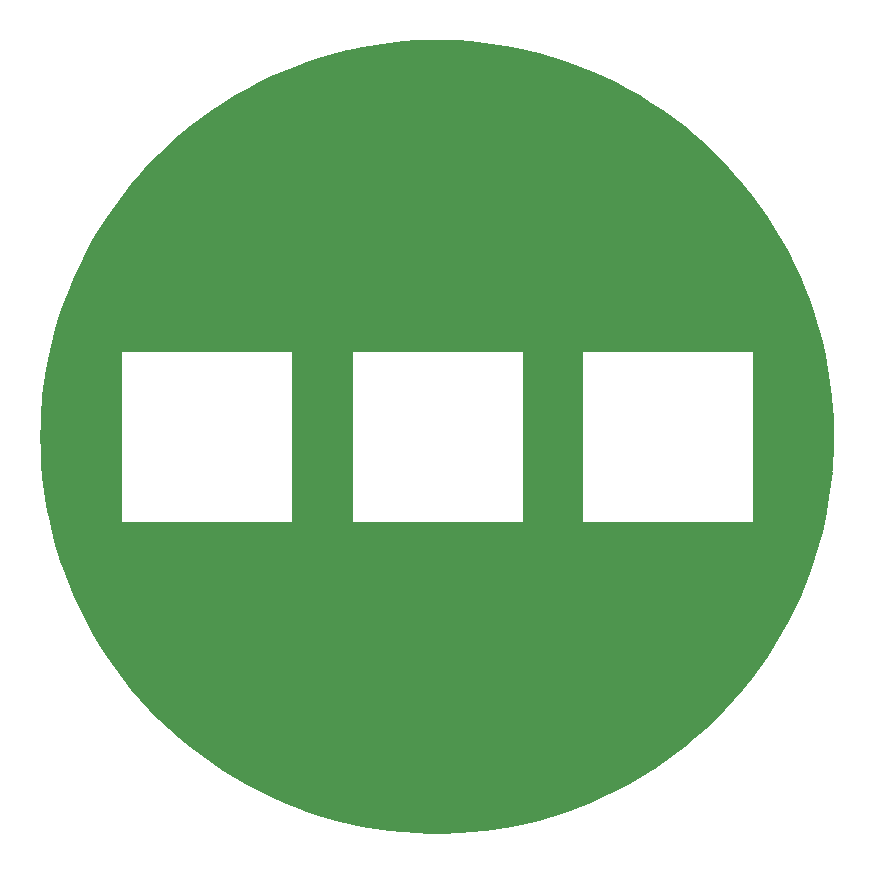
<source format=gbr>
%TF.GenerationSoftware,KiCad,Pcbnew,(7.0.0-0)*%
%TF.CreationDate,2023-03-27T01:09:40-05:00*%
%TF.ProjectId,RP2040_minimal,52503230-3430-45f6-9d69-6e696d616c2e,REV1*%
%TF.SameCoordinates,Original*%
%TF.FileFunction,Soldermask,Bot*%
%TF.FilePolarity,Negative*%
%FSLAX46Y46*%
G04 Gerber Fmt 4.6, Leading zero omitted, Abs format (unit mm)*
G04 Created by KiCad (PCBNEW (7.0.0-0)) date 2023-03-27 01:09:40*
%MOMM*%
%LPD*%
G01*
G04 APERTURE LIST*
%TA.AperFunction,Profile*%
%ADD10C,0.120000*%
%TD*%
%ADD11C,3.902000*%
%ADD12C,2.902000*%
%ADD13C,3.302000*%
G04 APERTURE END LIST*
D10*
%TO.C,REF\u002A\u002A*%
X-26750000Y7250000D02*
X-12250000Y7250000D01*
X-12250000Y7250000D02*
X-12250000Y-7250000D01*
X-12250000Y-7250000D02*
X-26750000Y-7250000D01*
X-26750000Y-7250000D02*
X-26750000Y7250000D01*
X-7250000Y7250000D02*
X7250000Y7250000D01*
X7250000Y7250000D02*
X7250000Y-7250000D01*
X7250000Y-7250000D02*
X-7250000Y-7250000D01*
X-7250000Y-7250000D02*
X-7250000Y7250000D01*
X12250000Y7250000D02*
X26750000Y7250000D01*
X26750000Y7250000D02*
X26750000Y-7250000D01*
X26750000Y-7250000D02*
X12250000Y-7250000D01*
X12250000Y-7250000D02*
X12250000Y7250000D01*
%TD*%
D11*
%TO.C,REF\u002A\u002A*%
X-12000000Y-20000000D03*
%TD*%
%TO.C,REF\u002A\u002A*%
X12000000Y-20000000D03*
%TD*%
D12*
%TO.C,REF\u002A\u002A*%
X0Y-23000000D03*
%TD*%
D13*
%TO.C,H3*%
X0Y-13000000D03*
%TD*%
%TO.C,H2*%
X24500000Y13500000D03*
%TD*%
%TO.C,H1*%
X-24500000Y13500000D03*
%TD*%
G36*
X582101Y33594920D02*
G01*
X1737024Y33555034D01*
X1741299Y33554813D01*
X2894196Y33475083D01*
X2898461Y33474714D01*
X4047905Y33355240D01*
X4052154Y33354724D01*
X5196804Y33195645D01*
X5201033Y33194982D01*
X6339474Y32996494D01*
X6343678Y32995686D01*
X7474595Y32758021D01*
X7478768Y32757069D01*
X8600833Y32480505D01*
X8604971Y32479409D01*
X9716803Y32164285D01*
X9720901Y32163047D01*
X10821216Y31809729D01*
X10825268Y31808350D01*
X11912705Y31417272D01*
X11916708Y31415754D01*
X12990017Y30987369D01*
X12993964Y30985714D01*
X14051842Y30520538D01*
X14055731Y30518747D01*
X15096903Y30017345D01*
X15100727Y30015422D01*
X16124021Y29478357D01*
X16127776Y29476302D01*
X17131883Y28904258D01*
X17135565Y28902075D01*
X18119313Y28295724D01*
X18122918Y28293416D01*
X19085197Y27653441D01*
X19088720Y27651009D01*
X20028312Y26978218D01*
X20031749Y26975666D01*
X20947557Y26270846D01*
X20950904Y26268177D01*
X21841859Y25532151D01*
X21845111Y25529368D01*
X22710090Y24763062D01*
X22713245Y24760169D01*
X23551300Y23964428D01*
X23554353Y23961427D01*
X24364427Y23137248D01*
X24367374Y23134144D01*
X25148506Y22282507D01*
X25151345Y22279303D01*
X25902637Y21401189D01*
X25905363Y21397889D01*
X26625891Y20494376D01*
X26628502Y20490983D01*
X27317406Y19563150D01*
X27319898Y19559670D01*
X27976366Y18608612D01*
X27978737Y18605048D01*
X28602003Y17631873D01*
X28604249Y17628229D01*
X29193548Y16634131D01*
X29195667Y16630411D01*
X29750296Y15616574D01*
X29752285Y15612784D01*
X30271597Y14580397D01*
X30273454Y14576540D01*
X30756811Y13526864D01*
X30758534Y13522946D01*
X31205381Y12457196D01*
X31206968Y12453220D01*
X31616758Y11372691D01*
X31618207Y11368663D01*
X31990471Y10274594D01*
X31991779Y10270518D01*
X32326035Y9164329D01*
X32327203Y9160211D01*
X32623099Y8043066D01*
X32624123Y8038910D01*
X32881276Y6912246D01*
X32882156Y6908057D01*
X33100261Y5773229D01*
X33100997Y5769011D01*
X33279812Y4627269D01*
X33280401Y4623029D01*
X33419698Y3475808D01*
X33420140Y3471551D01*
X33519753Y2320254D01*
X33520049Y2315983D01*
X33579867Y1161887D01*
X33580015Y1157609D01*
X33599963Y2140D01*
X33599963Y-2140D01*
X33580015Y-1157608D01*
X33579867Y-1161886D01*
X33520049Y-2315982D01*
X33519753Y-2320253D01*
X33420140Y-3471550D01*
X33419698Y-3475807D01*
X33280401Y-4623028D01*
X33279812Y-4627268D01*
X33100997Y-5769010D01*
X33100261Y-5773228D01*
X32882156Y-6908056D01*
X32881276Y-6912245D01*
X32624123Y-8038909D01*
X32623099Y-8043065D01*
X32327203Y-9160210D01*
X32326035Y-9164328D01*
X31991779Y-10270517D01*
X31990471Y-10274593D01*
X31618207Y-11368662D01*
X31616758Y-11372690D01*
X31206968Y-12453219D01*
X31205381Y-12457195D01*
X30758534Y-13522945D01*
X30756811Y-13526863D01*
X30273454Y-14576539D01*
X30271597Y-14580396D01*
X29752285Y-15612783D01*
X29750296Y-15616573D01*
X29195667Y-16630410D01*
X29193548Y-16634130D01*
X28604249Y-17628228D01*
X28602003Y-17631872D01*
X27978737Y-18605047D01*
X27976366Y-18608611D01*
X27319898Y-19559669D01*
X27317406Y-19563149D01*
X26628502Y-20490982D01*
X26625891Y-20494375D01*
X25905363Y-21397888D01*
X25902637Y-21401188D01*
X25151345Y-22279302D01*
X25148506Y-22282506D01*
X24367374Y-23134143D01*
X24364427Y-23137247D01*
X23554353Y-23961426D01*
X23551300Y-23964427D01*
X22713245Y-24760168D01*
X22710090Y-24763061D01*
X21845111Y-25529367D01*
X21841859Y-25532150D01*
X20950904Y-26268176D01*
X20947557Y-26270845D01*
X20031749Y-26975665D01*
X20028312Y-26978217D01*
X19088720Y-27651008D01*
X19085197Y-27653440D01*
X18122918Y-28293415D01*
X18119313Y-28295723D01*
X17135565Y-28902074D01*
X17131883Y-28904257D01*
X16127776Y-29476301D01*
X16124021Y-29478356D01*
X15100727Y-30015421D01*
X15096903Y-30017344D01*
X14055731Y-30518746D01*
X14051842Y-30520537D01*
X12993964Y-30985713D01*
X12990017Y-30987368D01*
X11916708Y-31415753D01*
X11912705Y-31417271D01*
X10825268Y-31808349D01*
X10821216Y-31809728D01*
X9720901Y-32163046D01*
X9716803Y-32164284D01*
X8604971Y-32479408D01*
X8600833Y-32480504D01*
X7478768Y-32757068D01*
X7474595Y-32758020D01*
X6343678Y-32995685D01*
X6339474Y-32996493D01*
X5201033Y-33194981D01*
X5196804Y-33195644D01*
X4052154Y-33354723D01*
X4047905Y-33355239D01*
X2898461Y-33474713D01*
X2894196Y-33475082D01*
X1741299Y-33554812D01*
X1737024Y-33555033D01*
X582101Y-33594920D01*
X577821Y-33594994D01*
X-577821Y-33594994D01*
X-582101Y-33594920D01*
X-1737025Y-33555033D01*
X-1741300Y-33554812D01*
X-2894197Y-33475082D01*
X-2898462Y-33474713D01*
X-4047906Y-33355239D01*
X-4052155Y-33354723D01*
X-5196805Y-33195644D01*
X-5201034Y-33194981D01*
X-6339475Y-32996493D01*
X-6343679Y-32995685D01*
X-7474596Y-32758020D01*
X-7478769Y-32757068D01*
X-8600834Y-32480504D01*
X-8604972Y-32479408D01*
X-9716804Y-32164284D01*
X-9720902Y-32163046D01*
X-10821217Y-31809728D01*
X-10825269Y-31808349D01*
X-11912706Y-31417271D01*
X-11916709Y-31415753D01*
X-12990018Y-30987368D01*
X-12993965Y-30985713D01*
X-14051843Y-30520537D01*
X-14055732Y-30518746D01*
X-15096904Y-30017344D01*
X-15100728Y-30015421D01*
X-16124022Y-29478356D01*
X-16127777Y-29476301D01*
X-17131884Y-28904257D01*
X-17135566Y-28902074D01*
X-18119314Y-28295723D01*
X-18122919Y-28293415D01*
X-19085198Y-27653440D01*
X-19088721Y-27651008D01*
X-20028313Y-26978217D01*
X-20031750Y-26975665D01*
X-20947558Y-26270845D01*
X-20950905Y-26268176D01*
X-21841860Y-25532150D01*
X-21845112Y-25529367D01*
X-22710091Y-24763061D01*
X-22713246Y-24760168D01*
X-23551301Y-23964427D01*
X-23554354Y-23961426D01*
X-24364428Y-23137247D01*
X-24367375Y-23134143D01*
X-25148507Y-22282506D01*
X-25151346Y-22279302D01*
X-25902638Y-21401188D01*
X-25905364Y-21397888D01*
X-26625892Y-20494375D01*
X-26628503Y-20490982D01*
X-27317407Y-19563149D01*
X-27319899Y-19559669D01*
X-27976367Y-18608611D01*
X-27978738Y-18605047D01*
X-28602004Y-17631872D01*
X-28604250Y-17628228D01*
X-29193549Y-16634130D01*
X-29195668Y-16630410D01*
X-29750297Y-15616573D01*
X-29752286Y-15612783D01*
X-30271598Y-14580396D01*
X-30273455Y-14576539D01*
X-30756812Y-13526863D01*
X-30758535Y-13522945D01*
X-31205382Y-12457195D01*
X-31206969Y-12453219D01*
X-31616759Y-11372690D01*
X-31618208Y-11368662D01*
X-31990472Y-10274593D01*
X-31991780Y-10270517D01*
X-32326036Y-9164328D01*
X-32327204Y-9160210D01*
X-32623100Y-8043065D01*
X-32624124Y-8038909D01*
X-32807913Y-7233674D01*
X-26750000Y-7233674D01*
X-26746550Y-7246549D01*
X-26733674Y-7250000D01*
X-12266326Y-7250000D01*
X-12253451Y-7246549D01*
X-12250000Y-7233674D01*
X-7250000Y-7233674D01*
X-7246550Y-7246549D01*
X-7233674Y-7250000D01*
X7233674Y-7250000D01*
X7246549Y-7246549D01*
X7250000Y-7233674D01*
X12250000Y-7233674D01*
X12253450Y-7246549D01*
X12266326Y-7250000D01*
X26733674Y-7250000D01*
X26746549Y-7246549D01*
X26750000Y-7233674D01*
X26750000Y7233674D01*
X26746549Y7246550D01*
X26733674Y7250000D01*
X12266326Y7250000D01*
X12253450Y7246550D01*
X12250000Y7233674D01*
X12250000Y-7233674D01*
X7250000Y-7233674D01*
X7250000Y7233674D01*
X7246549Y7246550D01*
X7233674Y7250000D01*
X-7233674Y7250000D01*
X-7246550Y7246550D01*
X-7250000Y7233674D01*
X-7250000Y-7233674D01*
X-12250000Y-7233674D01*
X-12250000Y7233674D01*
X-12253451Y7246550D01*
X-12266326Y7250000D01*
X-26733674Y7250000D01*
X-26746550Y7246550D01*
X-26750000Y7233674D01*
X-26750000Y-7233674D01*
X-32807913Y-7233674D01*
X-32881277Y-6912245D01*
X-32882157Y-6908056D01*
X-33100262Y-5773228D01*
X-33100998Y-5769010D01*
X-33279813Y-4627268D01*
X-33280402Y-4623028D01*
X-33419699Y-3475807D01*
X-33420141Y-3471550D01*
X-33519754Y-2320253D01*
X-33520050Y-2315982D01*
X-33579868Y-1161886D01*
X-33580016Y-1157608D01*
X-33599964Y-2139D01*
X-33599964Y2141D01*
X-33580016Y1157609D01*
X-33579868Y1161887D01*
X-33520050Y2315983D01*
X-33519754Y2320254D01*
X-33420141Y3471551D01*
X-33419699Y3475808D01*
X-33280402Y4623029D01*
X-33279813Y4627269D01*
X-33100998Y5769011D01*
X-33100262Y5773229D01*
X-32882157Y6908057D01*
X-32881277Y6912246D01*
X-32624124Y8038910D01*
X-32623100Y8043066D01*
X-32327204Y9160211D01*
X-32326036Y9164329D01*
X-31991780Y10270518D01*
X-31990472Y10274594D01*
X-31618208Y11368663D01*
X-31616759Y11372691D01*
X-31206969Y12453220D01*
X-31205382Y12457196D01*
X-30758535Y13522946D01*
X-30756812Y13526864D01*
X-30273455Y14576540D01*
X-30271598Y14580397D01*
X-29752286Y15612784D01*
X-29750297Y15616574D01*
X-29195668Y16630411D01*
X-29193549Y16634131D01*
X-28604250Y17628229D01*
X-28602004Y17631873D01*
X-27978738Y18605048D01*
X-27976367Y18608612D01*
X-27319899Y19559670D01*
X-27317407Y19563150D01*
X-26628503Y20490983D01*
X-26625892Y20494376D01*
X-25905364Y21397889D01*
X-25902638Y21401189D01*
X-25151346Y22279303D01*
X-25148507Y22282507D01*
X-24367375Y23134144D01*
X-24364428Y23137248D01*
X-23554354Y23961427D01*
X-23551301Y23964428D01*
X-22713246Y24760169D01*
X-22710091Y24763062D01*
X-21845112Y25529368D01*
X-21841860Y25532151D01*
X-20950905Y26268177D01*
X-20947558Y26270846D01*
X-20031750Y26975666D01*
X-20028313Y26978218D01*
X-19088721Y27651009D01*
X-19085198Y27653441D01*
X-18122919Y28293416D01*
X-18119314Y28295724D01*
X-17135566Y28902075D01*
X-17131884Y28904258D01*
X-16127777Y29476302D01*
X-16124022Y29478357D01*
X-15100728Y30015422D01*
X-15096904Y30017345D01*
X-14055732Y30518747D01*
X-14051843Y30520538D01*
X-12993965Y30985714D01*
X-12990018Y30987369D01*
X-11916709Y31415754D01*
X-11912706Y31417272D01*
X-10825269Y31808350D01*
X-10821217Y31809729D01*
X-9720902Y32163047D01*
X-9716804Y32164285D01*
X-8604972Y32479409D01*
X-8600834Y32480505D01*
X-7478769Y32757069D01*
X-7474596Y32758021D01*
X-6343679Y32995686D01*
X-6339475Y32996494D01*
X-5201034Y33194982D01*
X-5196805Y33195645D01*
X-4052155Y33354724D01*
X-4047906Y33355240D01*
X-2898462Y33474714D01*
X-2894197Y33475083D01*
X-1741300Y33554813D01*
X-1737025Y33555034D01*
X-582101Y33594920D01*
X-577821Y33594994D01*
X577821Y33594994D01*
X582101Y33594920D01*
G37*
G36*
X15968113Y-20778030D02*
G01*
X15980088Y-20778626D01*
X15991837Y-20779774D01*
X16003680Y-20781503D01*
X16015259Y-20783760D01*
X16026894Y-20786609D01*
X16038216Y-20789961D01*
X16049525Y-20793903D01*
X16060462Y-20798308D01*
X16071347Y-20803307D01*
X16081829Y-20808740D01*
X16092190Y-20814752D01*
X16102108Y-20821156D01*
X16111846Y-20828123D01*
X16121097Y-20835431D01*
X16130137Y-20843298D01*
X16138666Y-20851466D01*
X16146905Y-20860145D01*
X16154611Y-20869077D01*
X16162000Y-20878515D01*
X16168822Y-20888139D01*
X16176870Y-20900721D01*
X16179932Y-20905770D01*
X19717359Y-27063585D01*
X19733778Y-27121489D01*
X19720997Y-27180303D01*
X19682029Y-27226171D01*
X19088720Y-27651008D01*
X19085197Y-27653440D01*
X18122919Y-28293415D01*
X18119314Y-28295723D01*
X17877770Y-28444602D01*
X17812438Y-28463043D01*
X11802410Y-28450005D01*
X11796512Y-28449852D01*
X11781590Y-28449109D01*
X11769844Y-28447961D01*
X11758001Y-28446232D01*
X11746422Y-28443975D01*
X11734787Y-28441126D01*
X11723465Y-28437774D01*
X11712156Y-28433832D01*
X11701219Y-28429427D01*
X11690334Y-28424428D01*
X11679852Y-28418995D01*
X11669491Y-28412983D01*
X11659573Y-28406579D01*
X11649835Y-28399612D01*
X11640584Y-28392304D01*
X11631544Y-28384437D01*
X11623015Y-28376269D01*
X11614776Y-28367590D01*
X11607070Y-28358658D01*
X11599681Y-28349220D01*
X11592861Y-28339598D01*
X11586408Y-28329510D01*
X11580525Y-28319270D01*
X11575061Y-28308614D01*
X11570182Y-28297867D01*
X11565756Y-28286740D01*
X11561924Y-28275590D01*
X11558573Y-28264087D01*
X11555813Y-28252603D01*
X11553572Y-28240835D01*
X11551920Y-28229166D01*
X11550807Y-28217246D01*
X11550270Y-28205439D01*
X11550297Y-28193454D01*
X11550883Y-28181688D01*
X11552046Y-28169772D01*
X11553753Y-28158080D01*
X11556045Y-28146328D01*
X11558849Y-28134878D01*
X11562249Y-28123389D01*
X11566134Y-28112242D01*
X11570608Y-28101136D01*
X11575537Y-28090405D01*
X11582416Y-28077134D01*
X11585253Y-28071966D01*
X15743964Y-20904821D01*
X15747046Y-20899788D01*
X15755148Y-20887241D01*
X15762017Y-20877640D01*
X15769443Y-20868240D01*
X15777187Y-20859342D01*
X15785466Y-20850697D01*
X15794024Y-20842573D01*
X15803092Y-20834750D01*
X15812379Y-20827479D01*
X15822159Y-20820546D01*
X15832099Y-20814188D01*
X15842478Y-20808225D01*
X15852993Y-20802833D01*
X15863908Y-20797878D01*
X15874866Y-20793519D01*
X15886177Y-20789632D01*
X15897503Y-20786333D01*
X15909159Y-20783532D01*
X15920744Y-20781325D01*
X15932606Y-20779645D01*
X15944368Y-20778548D01*
X15956323Y-20778005D01*
X15968113Y-20778030D01*
G37*
G36*
X8761169Y23874834D02*
G01*
X8773144Y23874238D01*
X8784893Y23873090D01*
X8796736Y23871361D01*
X8808315Y23869104D01*
X8819950Y23866255D01*
X8831272Y23862903D01*
X8842581Y23858961D01*
X8853518Y23854556D01*
X8864403Y23849557D01*
X8874885Y23844124D01*
X8885246Y23838112D01*
X8895164Y23831708D01*
X8904902Y23824741D01*
X8914153Y23817433D01*
X8923193Y23809566D01*
X8931722Y23801398D01*
X8939961Y23792719D01*
X8947667Y23783787D01*
X8955056Y23774349D01*
X8961878Y23764725D01*
X8969926Y23752143D01*
X8972988Y23747094D01*
X11035303Y20157095D01*
X11038119Y20151912D01*
X11044935Y20138621D01*
X11049817Y20127868D01*
X11054243Y20116741D01*
X11058075Y20105591D01*
X11061426Y20094088D01*
X11064186Y20082604D01*
X11066427Y20070836D01*
X11068079Y20059167D01*
X11069192Y20047247D01*
X11069729Y20035440D01*
X11069702Y20023455D01*
X11069116Y20011689D01*
X11067953Y19999773D01*
X11066246Y19988081D01*
X11063954Y19976329D01*
X11061150Y19964879D01*
X11057750Y19953390D01*
X11053865Y19942243D01*
X11049391Y19931137D01*
X11044461Y19920404D01*
X11038945Y19909763D01*
X11033030Y19899570D01*
X11026536Y19889512D01*
X11019664Y19879905D01*
X11012238Y19870505D01*
X11004494Y19861607D01*
X10996215Y19852962D01*
X10987657Y19844838D01*
X10978589Y19837015D01*
X10969302Y19829744D01*
X10959522Y19822811D01*
X10949582Y19816453D01*
X10939203Y19810490D01*
X10928688Y19805098D01*
X10917773Y19800143D01*
X10906815Y19795784D01*
X10895504Y19791897D01*
X10884178Y19788598D01*
X10872522Y19785797D01*
X10860937Y19783590D01*
X10849075Y19781910D01*
X10837315Y19780813D01*
X10822414Y19780136D01*
X10816517Y19780008D01*
X6676307Y19788990D01*
X6670409Y19789143D01*
X6655487Y19789886D01*
X6643741Y19791034D01*
X6631898Y19792763D01*
X6620319Y19795020D01*
X6608684Y19797869D01*
X6597362Y19801221D01*
X6586053Y19805163D01*
X6575116Y19809568D01*
X6564231Y19814567D01*
X6553749Y19820000D01*
X6543388Y19826012D01*
X6533470Y19832416D01*
X6523732Y19839383D01*
X6514481Y19846691D01*
X6505441Y19854558D01*
X6496912Y19862726D01*
X6488673Y19871405D01*
X6480967Y19880337D01*
X6473578Y19889775D01*
X6466758Y19899397D01*
X6460305Y19909485D01*
X6454422Y19919725D01*
X6448958Y19930381D01*
X6444079Y19941128D01*
X6439653Y19952255D01*
X6435821Y19963405D01*
X6432470Y19974908D01*
X6429710Y19986392D01*
X6427469Y19998160D01*
X6425817Y20009829D01*
X6424704Y20021749D01*
X6424167Y20033556D01*
X6424194Y20045541D01*
X6424780Y20057307D01*
X6425943Y20069223D01*
X6427650Y20080915D01*
X6429942Y20092667D01*
X6432746Y20104117D01*
X6436146Y20115606D01*
X6440031Y20126753D01*
X6444505Y20137859D01*
X6449434Y20148590D01*
X6456313Y20161861D01*
X6459150Y20167029D01*
X8537020Y23748043D01*
X8540102Y23753076D01*
X8548204Y23765623D01*
X8555073Y23775224D01*
X8562499Y23784624D01*
X8570243Y23793522D01*
X8578522Y23802167D01*
X8587080Y23810291D01*
X8596148Y23818114D01*
X8605435Y23825385D01*
X8615215Y23832318D01*
X8625155Y23838676D01*
X8635534Y23844639D01*
X8646049Y23850031D01*
X8656964Y23854986D01*
X8667922Y23859345D01*
X8679233Y23863232D01*
X8690559Y23866531D01*
X8702215Y23869332D01*
X8713800Y23871539D01*
X8725662Y23873219D01*
X8737424Y23874316D01*
X8749379Y23874859D01*
X8761169Y23874834D01*
G37*
G36*
X-32069234Y9462676D02*
G01*
X-32030085Y9420996D01*
X-28184697Y2727095D01*
X-28181881Y2721912D01*
X-28175065Y2708621D01*
X-28170183Y2697868D01*
X-28165757Y2686741D01*
X-28161925Y2675591D01*
X-28158574Y2664088D01*
X-28155814Y2652604D01*
X-28153573Y2640836D01*
X-28151921Y2629167D01*
X-28150808Y2617247D01*
X-28150271Y2605440D01*
X-28150298Y2593455D01*
X-28150884Y2581689D01*
X-28152047Y2569773D01*
X-28153754Y2558081D01*
X-28156046Y2546329D01*
X-28158850Y2534879D01*
X-28162250Y2523390D01*
X-28166135Y2512243D01*
X-28170609Y2501137D01*
X-28175539Y2490404D01*
X-28181055Y2479763D01*
X-28186970Y2469570D01*
X-28193464Y2459512D01*
X-28200336Y2449905D01*
X-28207762Y2440505D01*
X-28215506Y2431607D01*
X-28223785Y2422962D01*
X-28232343Y2414838D01*
X-28241411Y2407015D01*
X-28250698Y2399744D01*
X-28260478Y2392811D01*
X-28270418Y2386453D01*
X-28280797Y2380490D01*
X-28291312Y2375098D01*
X-28302227Y2370143D01*
X-28313185Y2365784D01*
X-28324496Y2361897D01*
X-28335822Y2358598D01*
X-28347478Y2355797D01*
X-28359063Y2353590D01*
X-28370925Y2351910D01*
X-28382685Y2350813D01*
X-28397586Y2350136D01*
X-28403483Y2350008D01*
X-33381323Y2360808D01*
X-33446270Y2379343D01*
X-33491869Y2429166D01*
X-33504592Y2495497D01*
X-33420141Y3471551D01*
X-33419699Y3475808D01*
X-33280402Y4623029D01*
X-33279813Y4627269D01*
X-33100998Y5769011D01*
X-33100262Y5773229D01*
X-32882157Y6908057D01*
X-32881277Y6912246D01*
X-32624124Y8038910D01*
X-32623100Y8043066D01*
X-32327203Y9160211D01*
X-32326035Y9164329D01*
X-32256305Y9395096D01*
X-32227589Y9444546D01*
X-32179737Y9475852D01*
X-32122924Y9482357D01*
X-32069234Y9462676D01*
G37*
G36*
X12851765Y-10297363D02*
G01*
X12863740Y-10297959D01*
X12875489Y-10299107D01*
X12887332Y-10300836D01*
X12898911Y-10303093D01*
X12910546Y-10305942D01*
X12921868Y-10309294D01*
X12933177Y-10313236D01*
X12944114Y-10317641D01*
X12954999Y-10322640D01*
X12965481Y-10328073D01*
X12975842Y-10334085D01*
X12985760Y-10340489D01*
X12995498Y-10347456D01*
X13004749Y-10354764D01*
X13013789Y-10362631D01*
X13022318Y-10370799D01*
X13030557Y-10379478D01*
X13038263Y-10388410D01*
X13045652Y-10397848D01*
X13052474Y-10407472D01*
X13060522Y-10420054D01*
X13063584Y-10425103D01*
X15125899Y-14015102D01*
X15128715Y-14020285D01*
X15135531Y-14033576D01*
X15140413Y-14044329D01*
X15144839Y-14055456D01*
X15148671Y-14066606D01*
X15152022Y-14078109D01*
X15154782Y-14089593D01*
X15157023Y-14101361D01*
X15158675Y-14113030D01*
X15159788Y-14124950D01*
X15160325Y-14136757D01*
X15160298Y-14148742D01*
X15159712Y-14160508D01*
X15158549Y-14172424D01*
X15156842Y-14184116D01*
X15154550Y-14195868D01*
X15151746Y-14207318D01*
X15148346Y-14218807D01*
X15144461Y-14229954D01*
X15139987Y-14241060D01*
X15135057Y-14251793D01*
X15129541Y-14262434D01*
X15123626Y-14272627D01*
X15117132Y-14282685D01*
X15110260Y-14292292D01*
X15102834Y-14301692D01*
X15095090Y-14310590D01*
X15086811Y-14319235D01*
X15078253Y-14327359D01*
X15069185Y-14335182D01*
X15059898Y-14342453D01*
X15050118Y-14349386D01*
X15040178Y-14355744D01*
X15029799Y-14361707D01*
X15019284Y-14367099D01*
X15008369Y-14372054D01*
X14997411Y-14376413D01*
X14986100Y-14380300D01*
X14974774Y-14383599D01*
X14963118Y-14386400D01*
X14951533Y-14388607D01*
X14939671Y-14390287D01*
X14927911Y-14391384D01*
X14913010Y-14392061D01*
X14907113Y-14392189D01*
X10766903Y-14383207D01*
X10761005Y-14383054D01*
X10746083Y-14382311D01*
X10734337Y-14381163D01*
X10722494Y-14379434D01*
X10710915Y-14377177D01*
X10699280Y-14374328D01*
X10687958Y-14370976D01*
X10676649Y-14367034D01*
X10665712Y-14362629D01*
X10654827Y-14357630D01*
X10644345Y-14352197D01*
X10633984Y-14346185D01*
X10624066Y-14339781D01*
X10614328Y-14332814D01*
X10605077Y-14325506D01*
X10596037Y-14317639D01*
X10587508Y-14309471D01*
X10579269Y-14300792D01*
X10571563Y-14291860D01*
X10564174Y-14282422D01*
X10557354Y-14272800D01*
X10550901Y-14262712D01*
X10545018Y-14252472D01*
X10539554Y-14241816D01*
X10534675Y-14231069D01*
X10530249Y-14219942D01*
X10526417Y-14208792D01*
X10523066Y-14197289D01*
X10520306Y-14185805D01*
X10518065Y-14174037D01*
X10516413Y-14162368D01*
X10515300Y-14150448D01*
X10514763Y-14138641D01*
X10514790Y-14126656D01*
X10515376Y-14114890D01*
X10516539Y-14102974D01*
X10518246Y-14091282D01*
X10520538Y-14079530D01*
X10523342Y-14068080D01*
X10526742Y-14056591D01*
X10530627Y-14045444D01*
X10535101Y-14034338D01*
X10540030Y-14023607D01*
X10546909Y-14010336D01*
X10549746Y-14005168D01*
X12627616Y-10424154D01*
X12630698Y-10419121D01*
X12638800Y-10406574D01*
X12645669Y-10396973D01*
X12653095Y-10387573D01*
X12660839Y-10378675D01*
X12669118Y-10370030D01*
X12677676Y-10361906D01*
X12686744Y-10354083D01*
X12696031Y-10346812D01*
X12705811Y-10339879D01*
X12715751Y-10333521D01*
X12726130Y-10327558D01*
X12736645Y-10322166D01*
X12747560Y-10317211D01*
X12758518Y-10312852D01*
X12769829Y-10308965D01*
X12781155Y-10305666D01*
X12792811Y-10302865D01*
X12804396Y-10300658D01*
X12816258Y-10298978D01*
X12828020Y-10297881D01*
X12839975Y-10297338D01*
X12851765Y-10297363D01*
G37*
G36*
X-4463569Y24669706D02*
G01*
X-4451594Y24669110D01*
X-4439845Y24667962D01*
X-4428002Y24666233D01*
X-4416423Y24663976D01*
X-4404788Y24661127D01*
X-4393466Y24657775D01*
X-4382157Y24653833D01*
X-4371220Y24649428D01*
X-4360335Y24644429D01*
X-4349853Y24638996D01*
X-4339492Y24632984D01*
X-4329574Y24626580D01*
X-4319836Y24619613D01*
X-4310585Y24612305D01*
X-4301545Y24604438D01*
X-4293016Y24596270D01*
X-4284777Y24587591D01*
X-4277071Y24578659D01*
X-4269682Y24569221D01*
X-4262860Y24559597D01*
X-4254812Y24547015D01*
X-4251750Y24541966D01*
X-2189435Y20951967D01*
X-2186619Y20946784D01*
X-2179803Y20933493D01*
X-2174921Y20922740D01*
X-2170495Y20911613D01*
X-2166663Y20900463D01*
X-2163312Y20888960D01*
X-2160552Y20877476D01*
X-2158311Y20865708D01*
X-2156659Y20854039D01*
X-2155546Y20842119D01*
X-2155009Y20830312D01*
X-2155036Y20818327D01*
X-2155622Y20806561D01*
X-2156785Y20794645D01*
X-2158492Y20782953D01*
X-2160784Y20771201D01*
X-2163588Y20759751D01*
X-2166988Y20748262D01*
X-2170873Y20737115D01*
X-2175347Y20726009D01*
X-2180277Y20715276D01*
X-2185793Y20704635D01*
X-2191708Y20694442D01*
X-2198202Y20684384D01*
X-2205074Y20674777D01*
X-2212500Y20665377D01*
X-2220244Y20656479D01*
X-2228523Y20647834D01*
X-2237081Y20639710D01*
X-2246149Y20631887D01*
X-2255436Y20624616D01*
X-2265216Y20617683D01*
X-2275156Y20611325D01*
X-2285535Y20605362D01*
X-2296050Y20599970D01*
X-2306965Y20595015D01*
X-2317923Y20590656D01*
X-2329234Y20586769D01*
X-2340560Y20583470D01*
X-2352216Y20580669D01*
X-2363801Y20578462D01*
X-2375663Y20576782D01*
X-2387423Y20575685D01*
X-2402324Y20575008D01*
X-2408221Y20574880D01*
X-6548431Y20583862D01*
X-6554329Y20584015D01*
X-6569251Y20584758D01*
X-6580997Y20585906D01*
X-6592840Y20587635D01*
X-6604419Y20589892D01*
X-6616054Y20592741D01*
X-6627376Y20596093D01*
X-6638685Y20600035D01*
X-6649622Y20604440D01*
X-6660507Y20609439D01*
X-6670989Y20614872D01*
X-6681350Y20620884D01*
X-6691268Y20627288D01*
X-6701006Y20634255D01*
X-6710257Y20641563D01*
X-6719297Y20649430D01*
X-6727826Y20657598D01*
X-6736065Y20666277D01*
X-6743771Y20675209D01*
X-6751160Y20684647D01*
X-6757980Y20694269D01*
X-6764433Y20704357D01*
X-6770316Y20714597D01*
X-6775780Y20725253D01*
X-6780659Y20736000D01*
X-6785085Y20747127D01*
X-6788917Y20758277D01*
X-6792268Y20769780D01*
X-6795028Y20781264D01*
X-6797269Y20793032D01*
X-6798921Y20804701D01*
X-6800034Y20816621D01*
X-6800571Y20828428D01*
X-6800544Y20840413D01*
X-6799958Y20852179D01*
X-6798795Y20864095D01*
X-6797088Y20875787D01*
X-6794796Y20887539D01*
X-6791992Y20898989D01*
X-6788592Y20910478D01*
X-6784707Y20921625D01*
X-6780233Y20932731D01*
X-6775304Y20943462D01*
X-6768425Y20956733D01*
X-6765588Y20961901D01*
X-4687718Y24542915D01*
X-4684636Y24547948D01*
X-4676534Y24560495D01*
X-4669665Y24570096D01*
X-4662239Y24579496D01*
X-4654495Y24588394D01*
X-4646216Y24597039D01*
X-4637658Y24605163D01*
X-4628590Y24612986D01*
X-4619303Y24620257D01*
X-4609523Y24627190D01*
X-4599583Y24633548D01*
X-4589204Y24639511D01*
X-4578689Y24644903D01*
X-4567774Y24649858D01*
X-4556816Y24654217D01*
X-4545505Y24658104D01*
X-4534179Y24661403D01*
X-4522523Y24664204D01*
X-4510938Y24666411D01*
X-4499076Y24668091D01*
X-4487314Y24669188D01*
X-4475359Y24669731D01*
X-4463569Y24669706D01*
G37*
G36*
X-16758831Y15764834D02*
G01*
X-16746856Y15764238D01*
X-16735107Y15763090D01*
X-16723264Y15761361D01*
X-16711685Y15759104D01*
X-16700050Y15756255D01*
X-16688728Y15752903D01*
X-16677419Y15748961D01*
X-16666482Y15744556D01*
X-16655597Y15739557D01*
X-16645115Y15734124D01*
X-16634754Y15728112D01*
X-16624836Y15721708D01*
X-16615098Y15714741D01*
X-16605847Y15707433D01*
X-16596807Y15699566D01*
X-16588278Y15691398D01*
X-16580039Y15682719D01*
X-16572333Y15673787D01*
X-16564944Y15664349D01*
X-16558122Y15654725D01*
X-16550074Y15642143D01*
X-16547012Y15637094D01*
X-14484697Y12047095D01*
X-14481881Y12041912D01*
X-14475065Y12028621D01*
X-14470183Y12017868D01*
X-14465757Y12006741D01*
X-14461925Y11995591D01*
X-14458574Y11984088D01*
X-14455814Y11972604D01*
X-14453573Y11960836D01*
X-14451921Y11949167D01*
X-14450808Y11937247D01*
X-14450271Y11925440D01*
X-14450298Y11913455D01*
X-14450884Y11901689D01*
X-14452047Y11889773D01*
X-14453754Y11878081D01*
X-14456046Y11866329D01*
X-14458850Y11854879D01*
X-14462250Y11843390D01*
X-14466135Y11832243D01*
X-14470609Y11821137D01*
X-14475539Y11810404D01*
X-14481055Y11799763D01*
X-14486970Y11789570D01*
X-14493464Y11779512D01*
X-14500336Y11769905D01*
X-14507762Y11760505D01*
X-14515506Y11751607D01*
X-14523785Y11742962D01*
X-14532343Y11734838D01*
X-14541411Y11727015D01*
X-14550698Y11719744D01*
X-14560478Y11712811D01*
X-14570418Y11706453D01*
X-14580797Y11700490D01*
X-14591312Y11695098D01*
X-14602227Y11690143D01*
X-14613185Y11685784D01*
X-14624496Y11681897D01*
X-14635822Y11678598D01*
X-14647478Y11675797D01*
X-14659063Y11673590D01*
X-14670925Y11671910D01*
X-14682685Y11670813D01*
X-14697586Y11670136D01*
X-14703483Y11670008D01*
X-18843693Y11678990D01*
X-18849591Y11679143D01*
X-18864513Y11679886D01*
X-18876259Y11681034D01*
X-18888102Y11682763D01*
X-18899681Y11685020D01*
X-18911316Y11687869D01*
X-18922638Y11691221D01*
X-18933947Y11695163D01*
X-18944884Y11699568D01*
X-18955769Y11704567D01*
X-18966251Y11710000D01*
X-18976612Y11716012D01*
X-18986530Y11722416D01*
X-18996268Y11729383D01*
X-19005519Y11736691D01*
X-19014559Y11744558D01*
X-19023088Y11752726D01*
X-19031327Y11761405D01*
X-19039033Y11770337D01*
X-19046422Y11779775D01*
X-19053242Y11789397D01*
X-19059695Y11799485D01*
X-19065578Y11809725D01*
X-19071042Y11820381D01*
X-19075921Y11831128D01*
X-19080347Y11842255D01*
X-19084179Y11853405D01*
X-19087530Y11864908D01*
X-19090290Y11876392D01*
X-19092531Y11888160D01*
X-19094183Y11899829D01*
X-19095296Y11911749D01*
X-19095833Y11923556D01*
X-19095806Y11935541D01*
X-19095220Y11947307D01*
X-19094057Y11959223D01*
X-19092350Y11970915D01*
X-19090058Y11982667D01*
X-19087254Y11994117D01*
X-19083854Y12005606D01*
X-19079969Y12016753D01*
X-19075495Y12027859D01*
X-19070566Y12038590D01*
X-19063687Y12051861D01*
X-19060850Y12057029D01*
X-16982980Y15638043D01*
X-16979898Y15643076D01*
X-16971796Y15655623D01*
X-16964927Y15665224D01*
X-16957501Y15674624D01*
X-16949757Y15683522D01*
X-16941478Y15692167D01*
X-16932920Y15700291D01*
X-16923852Y15708114D01*
X-16914565Y15715385D01*
X-16904785Y15722318D01*
X-16894845Y15728676D01*
X-16884466Y15734639D01*
X-16873951Y15740031D01*
X-16863036Y15744986D01*
X-16852078Y15749345D01*
X-16840767Y15753232D01*
X-16829441Y15756531D01*
X-16817785Y15759332D01*
X-16806200Y15761539D01*
X-16794338Y15763219D01*
X-16782576Y15764316D01*
X-16770621Y15764859D01*
X-16758831Y15764834D01*
G37*
G36*
X4275907Y-20760040D02*
G01*
X4287882Y-20760636D01*
X4299631Y-20761784D01*
X4311474Y-20763513D01*
X4323053Y-20765770D01*
X4334688Y-20768619D01*
X4346010Y-20771971D01*
X4357319Y-20775913D01*
X4368256Y-20780318D01*
X4379141Y-20785317D01*
X4389623Y-20790750D01*
X4399984Y-20796762D01*
X4409902Y-20803166D01*
X4419640Y-20810133D01*
X4428891Y-20817441D01*
X4437931Y-20825308D01*
X4446460Y-20833476D01*
X4454699Y-20842155D01*
X4462405Y-20851087D01*
X4469794Y-20860525D01*
X4476616Y-20870149D01*
X4484664Y-20882731D01*
X4487726Y-20887780D01*
X8615303Y-28072905D01*
X8618119Y-28078088D01*
X8624935Y-28091379D01*
X8629817Y-28102132D01*
X8634243Y-28113259D01*
X8638075Y-28124409D01*
X8641426Y-28135912D01*
X8644186Y-28147396D01*
X8646427Y-28159164D01*
X8648079Y-28170833D01*
X8649192Y-28182753D01*
X8649729Y-28194560D01*
X8649702Y-28206545D01*
X8649116Y-28218311D01*
X8647953Y-28230227D01*
X8646246Y-28241919D01*
X8643954Y-28253671D01*
X8641150Y-28265121D01*
X8637750Y-28276610D01*
X8633865Y-28287757D01*
X8629391Y-28298863D01*
X8624461Y-28309596D01*
X8618945Y-28320237D01*
X8613030Y-28330430D01*
X8606536Y-28340488D01*
X8599664Y-28350095D01*
X8592238Y-28359495D01*
X8584494Y-28368393D01*
X8576215Y-28377038D01*
X8567657Y-28385162D01*
X8558589Y-28392985D01*
X8549302Y-28400256D01*
X8539522Y-28407189D01*
X8529582Y-28413547D01*
X8519203Y-28419510D01*
X8508688Y-28424902D01*
X8497773Y-28429857D01*
X8486815Y-28434216D01*
X8475504Y-28438103D01*
X8464178Y-28441402D01*
X8452522Y-28444203D01*
X8440937Y-28446410D01*
X8429075Y-28448090D01*
X8417315Y-28449187D01*
X8402414Y-28449864D01*
X8396517Y-28449992D01*
X110204Y-28432015D01*
X104306Y-28431862D01*
X89384Y-28431119D01*
X77638Y-28429971D01*
X65795Y-28428242D01*
X54216Y-28425985D01*
X42581Y-28423136D01*
X31259Y-28419784D01*
X19950Y-28415842D01*
X9013Y-28411437D01*
X-1872Y-28406438D01*
X-12354Y-28401005D01*
X-22715Y-28394993D01*
X-32633Y-28388589D01*
X-42371Y-28381622D01*
X-51622Y-28374314D01*
X-60662Y-28366447D01*
X-69191Y-28358279D01*
X-77430Y-28349600D01*
X-85136Y-28340668D01*
X-92525Y-28331230D01*
X-99345Y-28321608D01*
X-105798Y-28311520D01*
X-111681Y-28301280D01*
X-117145Y-28290624D01*
X-122024Y-28279877D01*
X-126450Y-28268750D01*
X-130282Y-28257600D01*
X-133633Y-28246097D01*
X-136393Y-28234613D01*
X-138634Y-28222845D01*
X-140286Y-28211176D01*
X-141399Y-28199256D01*
X-141936Y-28187449D01*
X-141909Y-28175464D01*
X-141323Y-28163698D01*
X-140160Y-28151782D01*
X-138453Y-28140090D01*
X-136161Y-28128338D01*
X-133357Y-28116888D01*
X-129957Y-28105399D01*
X-126072Y-28094252D01*
X-121598Y-28083146D01*
X-116669Y-28072415D01*
X-109790Y-28059144D01*
X-106953Y-28053976D01*
X4051758Y-20886831D01*
X4054840Y-20881798D01*
X4062942Y-20869251D01*
X4069811Y-20859650D01*
X4077237Y-20850250D01*
X4084981Y-20841352D01*
X4093260Y-20832707D01*
X4101818Y-20824583D01*
X4110886Y-20816760D01*
X4120173Y-20809489D01*
X4129953Y-20802556D01*
X4139893Y-20796198D01*
X4150272Y-20790235D01*
X4160787Y-20784843D01*
X4171702Y-20779888D01*
X4182660Y-20775529D01*
X4193971Y-20771642D01*
X4205297Y-20768343D01*
X4216953Y-20765542D01*
X4228538Y-20763335D01*
X4240400Y-20761655D01*
X4252162Y-20760558D01*
X4264117Y-20760015D01*
X4275907Y-20760040D01*
G37*
G36*
X9641169Y-19505166D02*
G01*
X9653144Y-19505762D01*
X9664893Y-19506910D01*
X9676736Y-19508639D01*
X9688315Y-19510896D01*
X9699950Y-19513745D01*
X9711272Y-19517097D01*
X9722581Y-19521039D01*
X9733518Y-19525444D01*
X9744403Y-19530443D01*
X9754885Y-19535876D01*
X9765246Y-19541888D01*
X9775164Y-19548292D01*
X9784902Y-19555259D01*
X9794153Y-19562567D01*
X9803193Y-19570434D01*
X9811722Y-19578602D01*
X9819961Y-19587281D01*
X9827667Y-19596213D01*
X9835056Y-19605651D01*
X9841878Y-19615275D01*
X9849926Y-19627857D01*
X9852988Y-19632906D01*
X11915303Y-23222905D01*
X11918119Y-23228088D01*
X11924935Y-23241379D01*
X11929817Y-23252132D01*
X11934243Y-23263259D01*
X11938075Y-23274409D01*
X11941426Y-23285912D01*
X11944186Y-23297396D01*
X11946427Y-23309164D01*
X11948079Y-23320833D01*
X11949192Y-23332753D01*
X11949729Y-23344560D01*
X11949702Y-23356545D01*
X11949116Y-23368311D01*
X11947953Y-23380227D01*
X11946246Y-23391919D01*
X11943954Y-23403671D01*
X11941150Y-23415121D01*
X11937750Y-23426610D01*
X11933865Y-23437757D01*
X11929391Y-23448863D01*
X11924461Y-23459596D01*
X11918945Y-23470237D01*
X11913030Y-23480430D01*
X11906536Y-23490488D01*
X11899664Y-23500095D01*
X11892238Y-23509495D01*
X11884494Y-23518393D01*
X11876215Y-23527038D01*
X11867657Y-23535162D01*
X11858589Y-23542985D01*
X11849302Y-23550256D01*
X11839522Y-23557189D01*
X11829582Y-23563547D01*
X11819203Y-23569510D01*
X11808688Y-23574902D01*
X11797773Y-23579857D01*
X11786815Y-23584216D01*
X11775504Y-23588103D01*
X11764178Y-23591402D01*
X11752522Y-23594203D01*
X11740937Y-23596410D01*
X11729075Y-23598090D01*
X11717315Y-23599187D01*
X11702414Y-23599864D01*
X11696517Y-23599992D01*
X7556307Y-23591010D01*
X7550409Y-23590857D01*
X7535487Y-23590114D01*
X7523741Y-23588966D01*
X7511898Y-23587237D01*
X7500319Y-23584980D01*
X7488684Y-23582131D01*
X7477362Y-23578779D01*
X7466053Y-23574837D01*
X7455116Y-23570432D01*
X7444231Y-23565433D01*
X7433749Y-23560000D01*
X7423388Y-23553988D01*
X7413470Y-23547584D01*
X7403732Y-23540617D01*
X7394481Y-23533309D01*
X7385441Y-23525442D01*
X7376912Y-23517274D01*
X7368673Y-23508595D01*
X7360967Y-23499663D01*
X7353578Y-23490225D01*
X7346758Y-23480603D01*
X7340305Y-23470515D01*
X7334422Y-23460275D01*
X7328958Y-23449619D01*
X7324079Y-23438872D01*
X7319653Y-23427745D01*
X7315821Y-23416595D01*
X7312470Y-23405092D01*
X7309710Y-23393608D01*
X7307469Y-23381840D01*
X7305817Y-23370171D01*
X7304704Y-23358251D01*
X7304167Y-23346444D01*
X7304194Y-23334459D01*
X7304780Y-23322693D01*
X7305943Y-23310777D01*
X7307650Y-23299085D01*
X7309942Y-23287333D01*
X7312746Y-23275883D01*
X7316146Y-23264394D01*
X7320031Y-23253247D01*
X7324505Y-23242141D01*
X7329434Y-23231410D01*
X7336313Y-23218139D01*
X7339150Y-23212971D01*
X9417020Y-19631957D01*
X9420102Y-19626924D01*
X9428204Y-19614377D01*
X9435073Y-19604776D01*
X9442499Y-19595376D01*
X9450243Y-19586478D01*
X9458522Y-19577833D01*
X9467080Y-19569709D01*
X9476148Y-19561886D01*
X9485435Y-19554615D01*
X9495215Y-19547682D01*
X9505155Y-19541324D01*
X9515534Y-19535361D01*
X9526049Y-19529969D01*
X9536964Y-19525014D01*
X9547922Y-19520655D01*
X9559233Y-19516768D01*
X9570559Y-19513469D01*
X9582215Y-19510668D01*
X9593800Y-19508461D01*
X9605662Y-19506781D01*
X9617424Y-19505684D01*
X9629379Y-19505141D01*
X9641169Y-19505166D01*
G37*
G36*
X-6818831Y18024834D02*
G01*
X-6806856Y18024238D01*
X-6795107Y18023090D01*
X-6783264Y18021361D01*
X-6771685Y18019104D01*
X-6760050Y18016255D01*
X-6748728Y18012903D01*
X-6737419Y18008961D01*
X-6726482Y18004556D01*
X-6715597Y17999557D01*
X-6705115Y17994124D01*
X-6694754Y17988112D01*
X-6684836Y17981708D01*
X-6675098Y17974741D01*
X-6665847Y17967433D01*
X-6656807Y17959566D01*
X-6648278Y17951398D01*
X-6640039Y17942719D01*
X-6632333Y17933787D01*
X-6624944Y17924349D01*
X-6618122Y17914725D01*
X-6610074Y17902143D01*
X-6607012Y17897094D01*
X-4544697Y14307095D01*
X-4541881Y14301912D01*
X-4535065Y14288621D01*
X-4530183Y14277868D01*
X-4525757Y14266741D01*
X-4521925Y14255591D01*
X-4518574Y14244088D01*
X-4515814Y14232604D01*
X-4513573Y14220836D01*
X-4511921Y14209167D01*
X-4510808Y14197247D01*
X-4510271Y14185440D01*
X-4510298Y14173455D01*
X-4510884Y14161689D01*
X-4512047Y14149773D01*
X-4513754Y14138081D01*
X-4516046Y14126329D01*
X-4518850Y14114879D01*
X-4522250Y14103390D01*
X-4526135Y14092243D01*
X-4530609Y14081137D01*
X-4535539Y14070404D01*
X-4541055Y14059763D01*
X-4546970Y14049570D01*
X-4553464Y14039512D01*
X-4560336Y14029905D01*
X-4567762Y14020505D01*
X-4575506Y14011607D01*
X-4583785Y14002962D01*
X-4592343Y13994838D01*
X-4601411Y13987015D01*
X-4610698Y13979744D01*
X-4620478Y13972811D01*
X-4630418Y13966453D01*
X-4640797Y13960490D01*
X-4651312Y13955098D01*
X-4662227Y13950143D01*
X-4673185Y13945784D01*
X-4684496Y13941897D01*
X-4695822Y13938598D01*
X-4707478Y13935797D01*
X-4719063Y13933590D01*
X-4730925Y13931910D01*
X-4742685Y13930813D01*
X-4757586Y13930136D01*
X-4763483Y13930008D01*
X-8903693Y13938990D01*
X-8909591Y13939143D01*
X-8924513Y13939886D01*
X-8936259Y13941034D01*
X-8948102Y13942763D01*
X-8959681Y13945020D01*
X-8971316Y13947869D01*
X-8982638Y13951221D01*
X-8993947Y13955163D01*
X-9004884Y13959568D01*
X-9015769Y13964567D01*
X-9026251Y13970000D01*
X-9036612Y13976012D01*
X-9046530Y13982416D01*
X-9056268Y13989383D01*
X-9065519Y13996691D01*
X-9074559Y14004558D01*
X-9083088Y14012726D01*
X-9091327Y14021405D01*
X-9099033Y14030337D01*
X-9106422Y14039775D01*
X-9113242Y14049397D01*
X-9119695Y14059485D01*
X-9125578Y14069725D01*
X-9131042Y14080381D01*
X-9135921Y14091128D01*
X-9140347Y14102255D01*
X-9144179Y14113405D01*
X-9147530Y14124908D01*
X-9150290Y14136392D01*
X-9152531Y14148160D01*
X-9154183Y14159829D01*
X-9155296Y14171749D01*
X-9155833Y14183556D01*
X-9155806Y14195541D01*
X-9155220Y14207307D01*
X-9154057Y14219223D01*
X-9152350Y14230915D01*
X-9150058Y14242667D01*
X-9147254Y14254117D01*
X-9143854Y14265606D01*
X-9139969Y14276753D01*
X-9135495Y14287859D01*
X-9130566Y14298590D01*
X-9123687Y14311861D01*
X-9120850Y14317029D01*
X-7042980Y17898043D01*
X-7039898Y17903076D01*
X-7031796Y17915623D01*
X-7024927Y17925224D01*
X-7017501Y17934624D01*
X-7009757Y17943522D01*
X-7001478Y17952167D01*
X-6992920Y17960291D01*
X-6983852Y17968114D01*
X-6974565Y17975385D01*
X-6964785Y17982318D01*
X-6954845Y17988676D01*
X-6944466Y17994639D01*
X-6933951Y18000031D01*
X-6923036Y18004986D01*
X-6912078Y18009345D01*
X-6900767Y18013232D01*
X-6889441Y18016531D01*
X-6877785Y18019332D01*
X-6866200Y18021539D01*
X-6854338Y18023219D01*
X-6842576Y18024316D01*
X-6830621Y18024859D01*
X-6818831Y18024834D01*
G37*
G36*
X-15362728Y-26974161D02*
G01*
X-15350753Y-26974757D01*
X-15339004Y-26975905D01*
X-15327161Y-26977634D01*
X-15315582Y-26979891D01*
X-15303947Y-26982740D01*
X-15292625Y-26986092D01*
X-15281316Y-26990034D01*
X-15270379Y-26994439D01*
X-15259494Y-26999438D01*
X-15249012Y-27004871D01*
X-15238651Y-27010883D01*
X-15228733Y-27017287D01*
X-15218995Y-27024254D01*
X-15209744Y-27031562D01*
X-15200704Y-27039429D01*
X-15192175Y-27047597D01*
X-15183936Y-27056276D01*
X-15176230Y-27065208D01*
X-15168841Y-27074646D01*
X-15162019Y-27084270D01*
X-15153971Y-27096852D01*
X-15150909Y-27101901D01*
X-13088594Y-30691900D01*
X-13085778Y-30697083D01*
X-13080682Y-30707020D01*
X-13067039Y-30765827D01*
X-13082781Y-30824107D01*
X-13124178Y-30868047D01*
X-13181417Y-30887232D01*
X-13240932Y-30877115D01*
X-14051843Y-30520537D01*
X-14055732Y-30518746D01*
X-15096904Y-30017344D01*
X-15100728Y-30015421D01*
X-16124022Y-29478356D01*
X-16127777Y-29476301D01*
X-16648524Y-29179629D01*
X-16694337Y-29134221D01*
X-16711143Y-29071945D01*
X-16694395Y-29009654D01*
X-15586877Y-27100952D01*
X-15583795Y-27095919D01*
X-15575693Y-27083372D01*
X-15568824Y-27073771D01*
X-15561398Y-27064371D01*
X-15553654Y-27055473D01*
X-15545375Y-27046828D01*
X-15536817Y-27038704D01*
X-15527749Y-27030881D01*
X-15518462Y-27023610D01*
X-15508682Y-27016677D01*
X-15498742Y-27010319D01*
X-15488363Y-27004356D01*
X-15477848Y-26998964D01*
X-15466933Y-26994009D01*
X-15455975Y-26989650D01*
X-15444664Y-26985763D01*
X-15433338Y-26982464D01*
X-15421682Y-26979663D01*
X-15410097Y-26977456D01*
X-15398235Y-26975776D01*
X-15386473Y-26974679D01*
X-15374518Y-26974136D01*
X-15362728Y-26974161D01*
G37*
G36*
X-24002728Y-11654161D02*
G01*
X-23990753Y-11654757D01*
X-23979004Y-11655905D01*
X-23967161Y-11657634D01*
X-23955582Y-11659891D01*
X-23943947Y-11662740D01*
X-23932625Y-11666092D01*
X-23921316Y-11670034D01*
X-23910379Y-11674439D01*
X-23899494Y-11679438D01*
X-23889012Y-11684871D01*
X-23878651Y-11690883D01*
X-23868733Y-11697287D01*
X-23858995Y-11704254D01*
X-23849744Y-11711562D01*
X-23840704Y-11719429D01*
X-23832175Y-11727597D01*
X-23823936Y-11736276D01*
X-23816230Y-11745208D01*
X-23808841Y-11754646D01*
X-23802019Y-11764270D01*
X-23793971Y-11776852D01*
X-23790909Y-11781901D01*
X-21728594Y-15371900D01*
X-21725778Y-15377083D01*
X-21718962Y-15390374D01*
X-21714080Y-15401127D01*
X-21709654Y-15412254D01*
X-21705822Y-15423404D01*
X-21702471Y-15434907D01*
X-21699711Y-15446391D01*
X-21697470Y-15458159D01*
X-21695818Y-15469828D01*
X-21694705Y-15481748D01*
X-21694168Y-15493555D01*
X-21694195Y-15505540D01*
X-21694781Y-15517306D01*
X-21695944Y-15529222D01*
X-21697651Y-15540914D01*
X-21699943Y-15552666D01*
X-21702747Y-15564116D01*
X-21706147Y-15575605D01*
X-21710032Y-15586752D01*
X-21714506Y-15597858D01*
X-21719436Y-15608591D01*
X-21724952Y-15619232D01*
X-21730867Y-15629425D01*
X-21737361Y-15639483D01*
X-21744233Y-15649090D01*
X-21751659Y-15658490D01*
X-21759403Y-15667388D01*
X-21767682Y-15676033D01*
X-21776240Y-15684157D01*
X-21785308Y-15691980D01*
X-21794595Y-15699251D01*
X-21804375Y-15706184D01*
X-21814315Y-15712542D01*
X-21824694Y-15718505D01*
X-21835209Y-15723897D01*
X-21846124Y-15728852D01*
X-21857082Y-15733211D01*
X-21868393Y-15737098D01*
X-21879719Y-15740397D01*
X-21891375Y-15743198D01*
X-21902960Y-15745405D01*
X-21914822Y-15747085D01*
X-21926582Y-15748182D01*
X-21941483Y-15748859D01*
X-21947380Y-15748987D01*
X-26087590Y-15740005D01*
X-26093488Y-15739852D01*
X-26108410Y-15739109D01*
X-26120156Y-15737961D01*
X-26131999Y-15736232D01*
X-26143578Y-15733975D01*
X-26155213Y-15731126D01*
X-26166535Y-15727774D01*
X-26177844Y-15723832D01*
X-26188781Y-15719427D01*
X-26199666Y-15714428D01*
X-26210148Y-15708995D01*
X-26220509Y-15702983D01*
X-26230427Y-15696579D01*
X-26240165Y-15689612D01*
X-26249416Y-15682304D01*
X-26258456Y-15674437D01*
X-26266985Y-15666269D01*
X-26275224Y-15657590D01*
X-26282930Y-15648658D01*
X-26290319Y-15639220D01*
X-26297139Y-15629598D01*
X-26303592Y-15619510D01*
X-26309475Y-15609270D01*
X-26314939Y-15598614D01*
X-26319818Y-15587867D01*
X-26324244Y-15576740D01*
X-26328076Y-15565590D01*
X-26331427Y-15554087D01*
X-26334187Y-15542603D01*
X-26336428Y-15530835D01*
X-26338080Y-15519166D01*
X-26339193Y-15507246D01*
X-26339730Y-15495439D01*
X-26339703Y-15483454D01*
X-26339117Y-15471688D01*
X-26337954Y-15459772D01*
X-26336247Y-15448080D01*
X-26333955Y-15436328D01*
X-26331151Y-15424878D01*
X-26327751Y-15413389D01*
X-26323866Y-15402242D01*
X-26319392Y-15391136D01*
X-26314463Y-15380405D01*
X-26307584Y-15367134D01*
X-26304747Y-15361966D01*
X-24226877Y-11780952D01*
X-24223795Y-11775919D01*
X-24215693Y-11763372D01*
X-24208824Y-11753771D01*
X-24201398Y-11744371D01*
X-24193654Y-11735473D01*
X-24185375Y-11726828D01*
X-24176817Y-11718704D01*
X-24167749Y-11710881D01*
X-24158462Y-11703610D01*
X-24148682Y-11696677D01*
X-24138742Y-11690319D01*
X-24128363Y-11684356D01*
X-24117848Y-11678964D01*
X-24106933Y-11674009D01*
X-24095975Y-11669650D01*
X-24084664Y-11665763D01*
X-24073338Y-11662464D01*
X-24061682Y-11659663D01*
X-24050097Y-11657456D01*
X-24038235Y-11655776D01*
X-24026473Y-11654679D01*
X-24014518Y-11654136D01*
X-24002728Y-11654161D01*
G37*
G36*
X-31324093Y-3160040D02*
G01*
X-31312118Y-3160636D01*
X-31300369Y-3161784D01*
X-31288526Y-3163513D01*
X-31276947Y-3165770D01*
X-31265312Y-3168619D01*
X-31253990Y-3171971D01*
X-31242681Y-3175913D01*
X-31231744Y-3180318D01*
X-31220859Y-3185317D01*
X-31210377Y-3190750D01*
X-31200016Y-3196762D01*
X-31190098Y-3203166D01*
X-31180360Y-3210133D01*
X-31171109Y-3217441D01*
X-31162069Y-3225308D01*
X-31153540Y-3233476D01*
X-31145301Y-3242155D01*
X-31137595Y-3251087D01*
X-31130206Y-3260525D01*
X-31123384Y-3270149D01*
X-31115336Y-3282731D01*
X-31112274Y-3287780D01*
X-26984697Y-10472905D01*
X-26981881Y-10478088D01*
X-26975065Y-10491379D01*
X-26970183Y-10502132D01*
X-26965757Y-10513259D01*
X-26961925Y-10524409D01*
X-26958574Y-10535912D01*
X-26955814Y-10547396D01*
X-26953573Y-10559164D01*
X-26951921Y-10570833D01*
X-26950808Y-10582753D01*
X-26950271Y-10594560D01*
X-26950298Y-10606545D01*
X-26950884Y-10618311D01*
X-26952047Y-10630227D01*
X-26953754Y-10641919D01*
X-26956046Y-10653671D01*
X-26958850Y-10665121D01*
X-26962250Y-10676610D01*
X-26966135Y-10687757D01*
X-26970609Y-10698863D01*
X-26975539Y-10709596D01*
X-26981055Y-10720237D01*
X-26986970Y-10730430D01*
X-26993464Y-10740488D01*
X-27000336Y-10750095D01*
X-27007762Y-10759495D01*
X-27015506Y-10768393D01*
X-27023785Y-10777038D01*
X-27032343Y-10785162D01*
X-27041411Y-10792985D01*
X-27050698Y-10800256D01*
X-27060478Y-10807189D01*
X-27070418Y-10813547D01*
X-27080797Y-10819510D01*
X-27091312Y-10824902D01*
X-27102227Y-10829857D01*
X-27113185Y-10834216D01*
X-27124496Y-10838103D01*
X-27135822Y-10841402D01*
X-27147478Y-10844203D01*
X-27159063Y-10846410D01*
X-27170925Y-10848090D01*
X-27182685Y-10849187D01*
X-27197586Y-10849864D01*
X-27203483Y-10849992D01*
X-31709494Y-10840216D01*
X-31759303Y-10829654D01*
X-31800668Y-10799967D01*
X-31826616Y-10756159D01*
X-31990472Y-10274593D01*
X-31991780Y-10270517D01*
X-32326036Y-9164328D01*
X-32327204Y-9160210D01*
X-32623100Y-8043065D01*
X-32624124Y-8038909D01*
X-32881276Y-6912250D01*
X-32882156Y-6908061D01*
X-33064317Y-5960257D01*
X-33064801Y-5916126D01*
X-33049798Y-5874620D01*
X-31548242Y-3286831D01*
X-31545160Y-3281798D01*
X-31537058Y-3269251D01*
X-31530189Y-3259650D01*
X-31522763Y-3250250D01*
X-31515019Y-3241352D01*
X-31506740Y-3232707D01*
X-31498182Y-3224583D01*
X-31489114Y-3216760D01*
X-31479827Y-3209489D01*
X-31470047Y-3202556D01*
X-31460107Y-3196198D01*
X-31449728Y-3190235D01*
X-31439213Y-3184843D01*
X-31428298Y-3179888D01*
X-31417340Y-3175529D01*
X-31406029Y-3171642D01*
X-31394703Y-3168343D01*
X-31383047Y-3165542D01*
X-31371462Y-3163335D01*
X-31359600Y-3161655D01*
X-31347838Y-3160558D01*
X-31335883Y-3160015D01*
X-31324093Y-3160040D01*
G37*
G36*
X-16823569Y-7680294D02*
G01*
X-16811594Y-7680890D01*
X-16799845Y-7682038D01*
X-16788002Y-7683767D01*
X-16776423Y-7686024D01*
X-16764788Y-7688873D01*
X-16753466Y-7692225D01*
X-16742157Y-7696167D01*
X-16731220Y-7700572D01*
X-16720335Y-7705571D01*
X-16709853Y-7711004D01*
X-16699492Y-7717016D01*
X-16689574Y-7723420D01*
X-16679836Y-7730387D01*
X-16670585Y-7737695D01*
X-16661545Y-7745562D01*
X-16653016Y-7753730D01*
X-16644777Y-7762409D01*
X-16637071Y-7771341D01*
X-16629682Y-7780779D01*
X-16622860Y-7790403D01*
X-16614812Y-7802985D01*
X-16611750Y-7808034D01*
X-14549435Y-11398033D01*
X-14546619Y-11403216D01*
X-14539803Y-11416507D01*
X-14534921Y-11427260D01*
X-14530495Y-11438387D01*
X-14526663Y-11449537D01*
X-14523312Y-11461040D01*
X-14520552Y-11472524D01*
X-14518311Y-11484292D01*
X-14516659Y-11495961D01*
X-14515546Y-11507881D01*
X-14515009Y-11519688D01*
X-14515036Y-11531673D01*
X-14515622Y-11543439D01*
X-14516785Y-11555355D01*
X-14518492Y-11567047D01*
X-14520784Y-11578799D01*
X-14523588Y-11590249D01*
X-14526988Y-11601738D01*
X-14530873Y-11612885D01*
X-14535347Y-11623991D01*
X-14540277Y-11634724D01*
X-14545793Y-11645365D01*
X-14551708Y-11655558D01*
X-14558202Y-11665616D01*
X-14565074Y-11675223D01*
X-14572500Y-11684623D01*
X-14580244Y-11693521D01*
X-14588523Y-11702166D01*
X-14597081Y-11710290D01*
X-14606149Y-11718113D01*
X-14615436Y-11725384D01*
X-14625216Y-11732317D01*
X-14635156Y-11738675D01*
X-14645535Y-11744638D01*
X-14656050Y-11750030D01*
X-14666965Y-11754985D01*
X-14677923Y-11759344D01*
X-14689234Y-11763231D01*
X-14700560Y-11766530D01*
X-14712216Y-11769331D01*
X-14723801Y-11771538D01*
X-14735663Y-11773218D01*
X-14747423Y-11774315D01*
X-14762324Y-11774992D01*
X-14768221Y-11775120D01*
X-18908431Y-11766138D01*
X-18914329Y-11765985D01*
X-18929251Y-11765242D01*
X-18940997Y-11764094D01*
X-18952840Y-11762365D01*
X-18964419Y-11760108D01*
X-18976054Y-11757259D01*
X-18987376Y-11753907D01*
X-18998685Y-11749965D01*
X-19009622Y-11745560D01*
X-19020507Y-11740561D01*
X-19030989Y-11735128D01*
X-19041350Y-11729116D01*
X-19051268Y-11722712D01*
X-19061006Y-11715745D01*
X-19070257Y-11708437D01*
X-19079297Y-11700570D01*
X-19087826Y-11692402D01*
X-19096065Y-11683723D01*
X-19103771Y-11674791D01*
X-19111160Y-11665353D01*
X-19117980Y-11655731D01*
X-19124433Y-11645643D01*
X-19130316Y-11635403D01*
X-19135780Y-11624747D01*
X-19140659Y-11614000D01*
X-19145085Y-11602873D01*
X-19148917Y-11591723D01*
X-19152268Y-11580220D01*
X-19155028Y-11568736D01*
X-19157269Y-11556968D01*
X-19158921Y-11545299D01*
X-19160034Y-11533379D01*
X-19160571Y-11521572D01*
X-19160544Y-11509587D01*
X-19159958Y-11497821D01*
X-19158795Y-11485905D01*
X-19157088Y-11474213D01*
X-19154796Y-11462461D01*
X-19151992Y-11451011D01*
X-19148592Y-11439522D01*
X-19144707Y-11428375D01*
X-19140233Y-11417269D01*
X-19135304Y-11406538D01*
X-19128425Y-11393267D01*
X-19125588Y-11388099D01*
X-17047718Y-7807085D01*
X-17044636Y-7802052D01*
X-17036534Y-7789505D01*
X-17029665Y-7779904D01*
X-17022239Y-7770504D01*
X-17014495Y-7761606D01*
X-17006216Y-7752961D01*
X-16997658Y-7744837D01*
X-16988590Y-7737014D01*
X-16979303Y-7729743D01*
X-16969523Y-7722810D01*
X-16959583Y-7716452D01*
X-16949204Y-7710489D01*
X-16938689Y-7705097D01*
X-16927774Y-7700142D01*
X-16916816Y-7695783D01*
X-16905505Y-7691896D01*
X-16894179Y-7688597D01*
X-16882523Y-7685796D01*
X-16870938Y-7683589D01*
X-16859076Y-7681909D01*
X-16847314Y-7680812D01*
X-16835359Y-7680269D01*
X-16823569Y-7680294D01*
G37*
G36*
X25875907Y-8160040D02*
G01*
X25887882Y-8160636D01*
X25899631Y-8161784D01*
X25911474Y-8163513D01*
X25923053Y-8165770D01*
X25934688Y-8168619D01*
X25946010Y-8171971D01*
X25957319Y-8175913D01*
X25968256Y-8180318D01*
X25979141Y-8185317D01*
X25989623Y-8190750D01*
X25999984Y-8196762D01*
X26009902Y-8203166D01*
X26019640Y-8210133D01*
X26028891Y-8217441D01*
X26037931Y-8225308D01*
X26046460Y-8233476D01*
X26054699Y-8242155D01*
X26062405Y-8251087D01*
X26069794Y-8260525D01*
X26076616Y-8270149D01*
X26084664Y-8282731D01*
X26087726Y-8287780D01*
X29972714Y-15050614D01*
X29989145Y-15108949D01*
X29975968Y-15168103D01*
X29752274Y-15612806D01*
X29750284Y-15616597D01*
X29658411Y-15784535D01*
X29612742Y-15831757D01*
X29549357Y-15849022D01*
X21710204Y-15832015D01*
X21704306Y-15831862D01*
X21689384Y-15831119D01*
X21677638Y-15829971D01*
X21665795Y-15828242D01*
X21654216Y-15825985D01*
X21642581Y-15823136D01*
X21631259Y-15819784D01*
X21619950Y-15815842D01*
X21609013Y-15811437D01*
X21598128Y-15806438D01*
X21587646Y-15801005D01*
X21577285Y-15794993D01*
X21567367Y-15788589D01*
X21557629Y-15781622D01*
X21548378Y-15774314D01*
X21539338Y-15766447D01*
X21530809Y-15758279D01*
X21522570Y-15749600D01*
X21514864Y-15740668D01*
X21507475Y-15731230D01*
X21500655Y-15721608D01*
X21494202Y-15711520D01*
X21488319Y-15701280D01*
X21482855Y-15690624D01*
X21477976Y-15679877D01*
X21473550Y-15668750D01*
X21469718Y-15657600D01*
X21466367Y-15646097D01*
X21463607Y-15634613D01*
X21461366Y-15622845D01*
X21459714Y-15611176D01*
X21458601Y-15599256D01*
X21458064Y-15587449D01*
X21458091Y-15575464D01*
X21458677Y-15563698D01*
X21459840Y-15551782D01*
X21461547Y-15540090D01*
X21463839Y-15528338D01*
X21466643Y-15516888D01*
X21470043Y-15505399D01*
X21473928Y-15494252D01*
X21478402Y-15483146D01*
X21483331Y-15472415D01*
X21490210Y-15459144D01*
X21493047Y-15453976D01*
X25651758Y-8286831D01*
X25654840Y-8281798D01*
X25662942Y-8269251D01*
X25669811Y-8259650D01*
X25677237Y-8250250D01*
X25684981Y-8241352D01*
X25693260Y-8232707D01*
X25701818Y-8224583D01*
X25710886Y-8216760D01*
X25720173Y-8209489D01*
X25729953Y-8202556D01*
X25739893Y-8196198D01*
X25750272Y-8190235D01*
X25760787Y-8184843D01*
X25771702Y-8179888D01*
X25782660Y-8175529D01*
X25793971Y-8171642D01*
X25805297Y-8168343D01*
X25816953Y-8165542D01*
X25828538Y-8163335D01*
X25840400Y-8161655D01*
X25852162Y-8160558D01*
X25864117Y-8160015D01*
X25875907Y-8160040D01*
G37*
G36*
X33409600Y-2831792D02*
G01*
X33453466Y-2881372D01*
X33465572Y-2946456D01*
X33420140Y-3471550D01*
X33419698Y-3475807D01*
X33280401Y-4623028D01*
X33279812Y-4627268D01*
X33100997Y-5769010D01*
X33100261Y-5773228D01*
X32882156Y-6908056D01*
X32881276Y-6912244D01*
X32738153Y-7539310D01*
X32714153Y-7589101D01*
X32670902Y-7623516D01*
X32616993Y-7635718D01*
X30910204Y-7632015D01*
X30904306Y-7631862D01*
X30889384Y-7631119D01*
X30877638Y-7629971D01*
X30865795Y-7628242D01*
X30854216Y-7625985D01*
X30842581Y-7623136D01*
X30831259Y-7619784D01*
X30819950Y-7615842D01*
X30809013Y-7611437D01*
X30798128Y-7606438D01*
X30787646Y-7601005D01*
X30777285Y-7594993D01*
X30767367Y-7588589D01*
X30757629Y-7581622D01*
X30748378Y-7574314D01*
X30739338Y-7566447D01*
X30730809Y-7558279D01*
X30722570Y-7549600D01*
X30714864Y-7540668D01*
X30707475Y-7531230D01*
X30700655Y-7521608D01*
X30694202Y-7511520D01*
X30688319Y-7501280D01*
X30682855Y-7490624D01*
X30677976Y-7479877D01*
X30673550Y-7468750D01*
X30669718Y-7457600D01*
X30666367Y-7446097D01*
X30663607Y-7434613D01*
X30661366Y-7422845D01*
X30659714Y-7411176D01*
X30658601Y-7399256D01*
X30658064Y-7387449D01*
X30658091Y-7375464D01*
X30658677Y-7363698D01*
X30659840Y-7351782D01*
X30661547Y-7340090D01*
X30663839Y-7328338D01*
X30666643Y-7316888D01*
X30670043Y-7305399D01*
X30673928Y-7294252D01*
X30678402Y-7283146D01*
X30683331Y-7272415D01*
X30690210Y-7259144D01*
X30693047Y-7253976D01*
X33234782Y-2873534D01*
X33282085Y-2827221D01*
X33346475Y-2811847D01*
X33409600Y-2831792D01*
G37*
G36*
X2876431Y30859706D02*
G01*
X2888406Y30859110D01*
X2900155Y30857962D01*
X2911998Y30856233D01*
X2923577Y30853976D01*
X2935212Y30851127D01*
X2946534Y30847775D01*
X2957843Y30843833D01*
X2968780Y30839428D01*
X2979665Y30834429D01*
X2990147Y30828996D01*
X3000508Y30822984D01*
X3010426Y30816580D01*
X3020164Y30809613D01*
X3029415Y30802305D01*
X3038455Y30794438D01*
X3046984Y30786270D01*
X3055223Y30777591D01*
X3062929Y30768659D01*
X3070318Y30759221D01*
X3077140Y30749597D01*
X3085188Y30737015D01*
X3088250Y30731966D01*
X5150565Y27141967D01*
X5153381Y27136784D01*
X5160197Y27123493D01*
X5165079Y27112740D01*
X5169505Y27101613D01*
X5173337Y27090463D01*
X5176688Y27078960D01*
X5179448Y27067476D01*
X5181689Y27055708D01*
X5183341Y27044039D01*
X5184454Y27032119D01*
X5184991Y27020312D01*
X5184964Y27008327D01*
X5184378Y26996561D01*
X5183215Y26984645D01*
X5181508Y26972953D01*
X5179216Y26961201D01*
X5176412Y26949751D01*
X5173012Y26938262D01*
X5169127Y26927115D01*
X5164653Y26916009D01*
X5159723Y26905276D01*
X5154207Y26894635D01*
X5148292Y26884442D01*
X5141798Y26874384D01*
X5134926Y26864777D01*
X5127500Y26855377D01*
X5119756Y26846479D01*
X5111477Y26837834D01*
X5102919Y26829710D01*
X5093851Y26821887D01*
X5084564Y26814616D01*
X5074784Y26807683D01*
X5064844Y26801325D01*
X5054465Y26795362D01*
X5043950Y26789970D01*
X5033035Y26785015D01*
X5022077Y26780656D01*
X5010766Y26776769D01*
X4999440Y26773470D01*
X4987784Y26770669D01*
X4976199Y26768462D01*
X4964337Y26766782D01*
X4952577Y26765685D01*
X4937676Y26765008D01*
X4931779Y26764880D01*
X791569Y26773862D01*
X785671Y26774015D01*
X770749Y26774758D01*
X759003Y26775906D01*
X747160Y26777635D01*
X735581Y26779892D01*
X723946Y26782741D01*
X712624Y26786093D01*
X701315Y26790035D01*
X690378Y26794440D01*
X679493Y26799439D01*
X669011Y26804872D01*
X658650Y26810884D01*
X648732Y26817288D01*
X638994Y26824255D01*
X629743Y26831563D01*
X620703Y26839430D01*
X612174Y26847598D01*
X603935Y26856277D01*
X596229Y26865209D01*
X588840Y26874647D01*
X582020Y26884269D01*
X575567Y26894357D01*
X569684Y26904597D01*
X564220Y26915253D01*
X559341Y26926000D01*
X554915Y26937127D01*
X551083Y26948277D01*
X547732Y26959780D01*
X544972Y26971264D01*
X542731Y26983032D01*
X541079Y26994701D01*
X539966Y27006621D01*
X539429Y27018428D01*
X539456Y27030413D01*
X540042Y27042179D01*
X541205Y27054095D01*
X542912Y27065787D01*
X545204Y27077539D01*
X548008Y27088989D01*
X551408Y27100478D01*
X555293Y27111625D01*
X559767Y27122731D01*
X564696Y27133462D01*
X571575Y27146733D01*
X574412Y27151901D01*
X2652282Y30732915D01*
X2655364Y30737948D01*
X2663466Y30750495D01*
X2670335Y30760096D01*
X2677761Y30769496D01*
X2685505Y30778394D01*
X2693784Y30787039D01*
X2702342Y30795163D01*
X2711410Y30802986D01*
X2720697Y30810257D01*
X2730477Y30817190D01*
X2740417Y30823548D01*
X2750796Y30829511D01*
X2761311Y30834903D01*
X2772226Y30839858D01*
X2783184Y30844217D01*
X2794495Y30848104D01*
X2805821Y30851403D01*
X2817477Y30854204D01*
X2829062Y30856411D01*
X2840924Y30858091D01*
X2852686Y30859188D01*
X2864641Y30859731D01*
X2876431Y30859706D01*
G37*
G36*
X8577736Y32486198D02*
G01*
X8600843Y32480502D01*
X8604978Y32479407D01*
X9716803Y32164285D01*
X9720901Y32163047D01*
X10821216Y31809729D01*
X10825268Y31808350D01*
X11912705Y31417272D01*
X11916708Y31415754D01*
X12990017Y30987369D01*
X12993964Y30985714D01*
X14051842Y30520538D01*
X14055731Y30518747D01*
X15096903Y30017345D01*
X15100726Y30015422D01*
X15503569Y29803995D01*
X15553465Y29755965D01*
X17653612Y26100110D01*
X17656428Y26094927D01*
X17663244Y26081636D01*
X17668126Y26070883D01*
X17672552Y26059756D01*
X17676384Y26048606D01*
X17679735Y26037103D01*
X17682495Y26025619D01*
X17684736Y26013851D01*
X17686388Y26002182D01*
X17687501Y25990262D01*
X17688038Y25978455D01*
X17688011Y25966470D01*
X17687425Y25954704D01*
X17686262Y25942788D01*
X17684555Y25931096D01*
X17682263Y25919344D01*
X17679459Y25907894D01*
X17676059Y25896405D01*
X17672174Y25885258D01*
X17667700Y25874152D01*
X17662770Y25863419D01*
X17657254Y25852778D01*
X17651339Y25842585D01*
X17644845Y25832527D01*
X17637973Y25822920D01*
X17630547Y25813520D01*
X17622803Y25804622D01*
X17614524Y25795977D01*
X17605966Y25787853D01*
X17596898Y25780030D01*
X17587611Y25772759D01*
X17577831Y25765826D01*
X17567891Y25759468D01*
X17557512Y25753505D01*
X17546997Y25748113D01*
X17536082Y25743158D01*
X17525124Y25738799D01*
X17513813Y25734912D01*
X17502487Y25731613D01*
X17490831Y25728812D01*
X17479246Y25726605D01*
X17467384Y25724925D01*
X17455624Y25723828D01*
X17440723Y25723151D01*
X17434826Y25723023D01*
X5002410Y25749995D01*
X4996512Y25750148D01*
X4981590Y25750891D01*
X4969844Y25752039D01*
X4958001Y25753768D01*
X4946422Y25756025D01*
X4934787Y25758874D01*
X4923465Y25762226D01*
X4912156Y25766168D01*
X4901219Y25770573D01*
X4890334Y25775572D01*
X4879852Y25781005D01*
X4869491Y25787017D01*
X4859573Y25793421D01*
X4849835Y25800388D01*
X4840584Y25807696D01*
X4831544Y25815563D01*
X4823015Y25823731D01*
X4814776Y25832410D01*
X4807070Y25841342D01*
X4799681Y25850780D01*
X4792861Y25860402D01*
X4786408Y25870490D01*
X4780525Y25880730D01*
X4775061Y25891386D01*
X4770182Y25902133D01*
X4765756Y25913260D01*
X4761924Y25924410D01*
X4758573Y25935913D01*
X4755813Y25947397D01*
X4753572Y25959165D01*
X4751920Y25970834D01*
X4750807Y25982754D01*
X4750270Y25994561D01*
X4750297Y26006546D01*
X4750883Y26018312D01*
X4752046Y26030228D01*
X4753753Y26041920D01*
X4756045Y26053672D01*
X4758849Y26065122D01*
X4762249Y26076611D01*
X4766134Y26087758D01*
X4770608Y26098864D01*
X4775537Y26109595D01*
X4782416Y26122866D01*
X4785253Y26128034D01*
X8440806Y32428035D01*
X8476401Y32467001D01*
X8524978Y32487635D01*
X8577736Y32486198D01*
G37*
G36*
X-5124093Y-8360040D02*
G01*
X-5112118Y-8360636D01*
X-5100369Y-8361784D01*
X-5088526Y-8363513D01*
X-5076947Y-8365770D01*
X-5065312Y-8368619D01*
X-5053990Y-8371971D01*
X-5042681Y-8375913D01*
X-5031744Y-8380318D01*
X-5020859Y-8385317D01*
X-5010377Y-8390750D01*
X-5000016Y-8396762D01*
X-4990098Y-8403166D01*
X-4980360Y-8410133D01*
X-4971109Y-8417441D01*
X-4962069Y-8425308D01*
X-4953540Y-8433476D01*
X-4945301Y-8442155D01*
X-4937595Y-8451087D01*
X-4930206Y-8460525D01*
X-4923384Y-8470149D01*
X-4915336Y-8482731D01*
X-4912274Y-8487780D01*
X-784697Y-15672905D01*
X-781881Y-15678088D01*
X-775065Y-15691379D01*
X-770183Y-15702132D01*
X-765757Y-15713259D01*
X-761925Y-15724409D01*
X-758574Y-15735912D01*
X-755814Y-15747396D01*
X-753573Y-15759164D01*
X-751921Y-15770833D01*
X-750808Y-15782753D01*
X-750271Y-15794560D01*
X-750298Y-15806545D01*
X-750884Y-15818311D01*
X-752047Y-15830227D01*
X-753754Y-15841919D01*
X-756046Y-15853671D01*
X-758850Y-15865121D01*
X-762250Y-15876610D01*
X-766135Y-15887757D01*
X-770609Y-15898863D01*
X-775539Y-15909596D01*
X-781055Y-15920237D01*
X-786970Y-15930430D01*
X-793464Y-15940488D01*
X-800336Y-15950095D01*
X-807762Y-15959495D01*
X-815506Y-15968393D01*
X-823785Y-15977038D01*
X-832343Y-15985162D01*
X-841411Y-15992985D01*
X-850698Y-16000256D01*
X-860478Y-16007189D01*
X-870418Y-16013547D01*
X-880797Y-16019510D01*
X-891312Y-16024902D01*
X-902227Y-16029857D01*
X-913185Y-16034216D01*
X-924496Y-16038103D01*
X-935822Y-16041402D01*
X-947478Y-16044203D01*
X-959063Y-16046410D01*
X-970925Y-16048090D01*
X-982685Y-16049187D01*
X-997586Y-16049864D01*
X-1003483Y-16049992D01*
X-9289796Y-16032015D01*
X-9295694Y-16031862D01*
X-9310616Y-16031119D01*
X-9322362Y-16029971D01*
X-9334205Y-16028242D01*
X-9345784Y-16025985D01*
X-9357419Y-16023136D01*
X-9368741Y-16019784D01*
X-9380050Y-16015842D01*
X-9390987Y-16011437D01*
X-9401872Y-16006438D01*
X-9412354Y-16001005D01*
X-9422715Y-15994993D01*
X-9432633Y-15988589D01*
X-9442371Y-15981622D01*
X-9451622Y-15974314D01*
X-9460662Y-15966447D01*
X-9469191Y-15958279D01*
X-9477430Y-15949600D01*
X-9485136Y-15940668D01*
X-9492525Y-15931230D01*
X-9499345Y-15921608D01*
X-9505798Y-15911520D01*
X-9511681Y-15901280D01*
X-9517145Y-15890624D01*
X-9522024Y-15879877D01*
X-9526450Y-15868750D01*
X-9530282Y-15857600D01*
X-9533633Y-15846097D01*
X-9536393Y-15834613D01*
X-9538634Y-15822845D01*
X-9540286Y-15811176D01*
X-9541399Y-15799256D01*
X-9541936Y-15787449D01*
X-9541909Y-15775464D01*
X-9541323Y-15763698D01*
X-9540160Y-15751782D01*
X-9538453Y-15740090D01*
X-9536161Y-15728338D01*
X-9533357Y-15716888D01*
X-9529957Y-15705399D01*
X-9526072Y-15694252D01*
X-9521598Y-15683146D01*
X-9516669Y-15672415D01*
X-9509790Y-15659144D01*
X-9506953Y-15653976D01*
X-5348242Y-8486831D01*
X-5345160Y-8481798D01*
X-5337058Y-8469251D01*
X-5330189Y-8459650D01*
X-5322763Y-8450250D01*
X-5315019Y-8441352D01*
X-5306740Y-8432707D01*
X-5298182Y-8424583D01*
X-5289114Y-8416760D01*
X-5279827Y-8409489D01*
X-5270047Y-8402556D01*
X-5260107Y-8396198D01*
X-5249728Y-8390235D01*
X-5239213Y-8384843D01*
X-5228298Y-8379888D01*
X-5217340Y-8375529D01*
X-5206029Y-8371642D01*
X-5194703Y-8368343D01*
X-5183047Y-8365542D01*
X-5171462Y-8363335D01*
X-5159600Y-8361655D01*
X-5147838Y-8360558D01*
X-5135883Y-8360015D01*
X-5124093Y-8360040D01*
G37*
G36*
X-5202728Y-32054161D02*
G01*
X-5190753Y-32054757D01*
X-5179004Y-32055905D01*
X-5167161Y-32057634D01*
X-5155582Y-32059891D01*
X-5143947Y-32062740D01*
X-5132625Y-32066092D01*
X-5121316Y-32070034D01*
X-5110379Y-32074439D01*
X-5099494Y-32079438D01*
X-5089012Y-32084871D01*
X-5078651Y-32090883D01*
X-5068733Y-32097287D01*
X-5058995Y-32104254D01*
X-5049744Y-32111562D01*
X-5040704Y-32119429D01*
X-5032175Y-32127597D01*
X-5023936Y-32136276D01*
X-5016230Y-32145208D01*
X-5008841Y-32154646D01*
X-5002019Y-32164270D01*
X-4993971Y-32176852D01*
X-4990909Y-32181901D01*
X-4466211Y-33095276D01*
X-4449813Y-33161525D01*
X-4470953Y-33226415D01*
X-4523228Y-33270292D01*
X-4590801Y-33279863D01*
X-5196805Y-33195644D01*
X-5201034Y-33194981D01*
X-5765240Y-33096611D01*
X-5819340Y-33072897D01*
X-5856331Y-33026844D01*
X-5867818Y-32968903D01*
X-5851194Y-32912221D01*
X-5426877Y-32180952D01*
X-5423795Y-32175919D01*
X-5415693Y-32163372D01*
X-5408824Y-32153771D01*
X-5401398Y-32144371D01*
X-5393654Y-32135473D01*
X-5385375Y-32126828D01*
X-5376817Y-32118704D01*
X-5367749Y-32110881D01*
X-5358462Y-32103610D01*
X-5348682Y-32096677D01*
X-5338742Y-32090319D01*
X-5328363Y-32084356D01*
X-5317848Y-32078964D01*
X-5306933Y-32074009D01*
X-5295975Y-32069650D01*
X-5284664Y-32065763D01*
X-5273338Y-32062464D01*
X-5261682Y-32059663D01*
X-5250097Y-32057456D01*
X-5238235Y-32055776D01*
X-5226473Y-32054679D01*
X-5214518Y-32054136D01*
X-5202728Y-32054161D01*
G37*
G36*
X9275907Y15039960D02*
G01*
X9287882Y15039364D01*
X9299631Y15038216D01*
X9311474Y15036487D01*
X9323053Y15034230D01*
X9334688Y15031381D01*
X9346010Y15028029D01*
X9357319Y15024087D01*
X9368256Y15019682D01*
X9379141Y15014683D01*
X9389623Y15009250D01*
X9399984Y15003238D01*
X9409902Y14996834D01*
X9419640Y14989867D01*
X9428891Y14982559D01*
X9437931Y14974692D01*
X9446460Y14966524D01*
X9454699Y14957845D01*
X9462405Y14948913D01*
X9469794Y14939475D01*
X9476616Y14929851D01*
X9484664Y14917269D01*
X9487726Y14912220D01*
X13615303Y7727095D01*
X13618119Y7721912D01*
X13624935Y7708621D01*
X13629817Y7697868D01*
X13634243Y7686741D01*
X13638075Y7675591D01*
X13641426Y7664088D01*
X13644186Y7652604D01*
X13646427Y7640836D01*
X13648079Y7629167D01*
X13649192Y7617247D01*
X13649729Y7605440D01*
X13649702Y7593455D01*
X13649116Y7581689D01*
X13647953Y7569773D01*
X13646246Y7558081D01*
X13643954Y7546329D01*
X13641150Y7534879D01*
X13637750Y7523390D01*
X13633865Y7512243D01*
X13629391Y7501137D01*
X13624461Y7490404D01*
X13618945Y7479763D01*
X13613030Y7469570D01*
X13606536Y7459512D01*
X13599664Y7449905D01*
X13592238Y7440505D01*
X13584494Y7431607D01*
X13576215Y7422962D01*
X13567657Y7414838D01*
X13558589Y7407015D01*
X13549302Y7399744D01*
X13539522Y7392811D01*
X13529582Y7386453D01*
X13519203Y7380490D01*
X13508688Y7375098D01*
X13497773Y7370143D01*
X13486815Y7365784D01*
X13475504Y7361897D01*
X13464178Y7358598D01*
X13452522Y7355797D01*
X13440937Y7353590D01*
X13429075Y7351910D01*
X13417315Y7350813D01*
X13402414Y7350136D01*
X13396517Y7350008D01*
X5110204Y7367985D01*
X5104306Y7368138D01*
X5089384Y7368881D01*
X5077638Y7370029D01*
X5065795Y7371758D01*
X5054216Y7374015D01*
X5042581Y7376864D01*
X5031259Y7380216D01*
X5019950Y7384158D01*
X5009013Y7388563D01*
X4998128Y7393562D01*
X4987646Y7398995D01*
X4977285Y7405007D01*
X4967367Y7411411D01*
X4957629Y7418378D01*
X4948378Y7425686D01*
X4939338Y7433553D01*
X4930809Y7441721D01*
X4922570Y7450400D01*
X4914864Y7459332D01*
X4907475Y7468770D01*
X4900655Y7478392D01*
X4894202Y7488480D01*
X4888319Y7498720D01*
X4882855Y7509376D01*
X4877976Y7520123D01*
X4873550Y7531250D01*
X4869718Y7542400D01*
X4866367Y7553903D01*
X4863607Y7565387D01*
X4861366Y7577155D01*
X4859714Y7588824D01*
X4858601Y7600744D01*
X4858064Y7612551D01*
X4858091Y7624536D01*
X4858677Y7636302D01*
X4859840Y7648218D01*
X4861547Y7659910D01*
X4863839Y7671662D01*
X4866643Y7683112D01*
X4870043Y7694601D01*
X4873928Y7705748D01*
X4878402Y7716854D01*
X4883331Y7727585D01*
X4890210Y7740856D01*
X4893047Y7746024D01*
X9051758Y14913169D01*
X9054840Y14918202D01*
X9062942Y14930749D01*
X9069811Y14940350D01*
X9077237Y14949750D01*
X9084981Y14958648D01*
X9093260Y14967293D01*
X9101818Y14975417D01*
X9110886Y14983240D01*
X9120173Y14990511D01*
X9129953Y14997444D01*
X9139893Y15003802D01*
X9150272Y15009765D01*
X9160787Y15015157D01*
X9171702Y15020112D01*
X9182660Y15024471D01*
X9193971Y15028358D01*
X9205297Y15031657D01*
X9216953Y15034458D01*
X9228538Y15036665D01*
X9240400Y15038345D01*
X9252162Y15039442D01*
X9264117Y15039985D01*
X9275907Y15039960D01*
G37*
G36*
X3675907Y-30560040D02*
G01*
X3687882Y-30560636D01*
X3699631Y-30561784D01*
X3711474Y-30563513D01*
X3723053Y-30565770D01*
X3734688Y-30568619D01*
X3746010Y-30571971D01*
X3757319Y-30575913D01*
X3768256Y-30580318D01*
X3779141Y-30585317D01*
X3789623Y-30590750D01*
X3799984Y-30596762D01*
X3809902Y-30603166D01*
X3819640Y-30610133D01*
X3828891Y-30617441D01*
X3837931Y-30625308D01*
X3846460Y-30633476D01*
X3854699Y-30642155D01*
X3862405Y-30651087D01*
X3869794Y-30660525D01*
X3876616Y-30670149D01*
X3884664Y-30682731D01*
X3887726Y-30687780D01*
X5227156Y-33019409D01*
X5243568Y-33077098D01*
X5230985Y-33135740D01*
X5192350Y-33181617D01*
X5136704Y-33203996D01*
X4052154Y-33354723D01*
X4047905Y-33355239D01*
X2898461Y-33474713D01*
X2894196Y-33475082D01*
X2022606Y-33535358D01*
X1957633Y-33522075D01*
X1908797Y-33477209D01*
X1890066Y-33413592D01*
X1906799Y-33349420D01*
X3451758Y-30686831D01*
X3454840Y-30681798D01*
X3462942Y-30669251D01*
X3469811Y-30659650D01*
X3477237Y-30650250D01*
X3484981Y-30641352D01*
X3493260Y-30632707D01*
X3501818Y-30624583D01*
X3510886Y-30616760D01*
X3520173Y-30609489D01*
X3529953Y-30602556D01*
X3539893Y-30596198D01*
X3550272Y-30590235D01*
X3560787Y-30584843D01*
X3571702Y-30579888D01*
X3582660Y-30575529D01*
X3593971Y-30571642D01*
X3605297Y-30568343D01*
X3616953Y-30565542D01*
X3628538Y-30563335D01*
X3640400Y-30561655D01*
X3652162Y-30560558D01*
X3664117Y-30560015D01*
X3675907Y-30560040D01*
G37*
G36*
X20568113Y16421970D02*
G01*
X20580088Y16421374D01*
X20591837Y16420226D01*
X20603680Y16418497D01*
X20615259Y16416240D01*
X20626894Y16413391D01*
X20638216Y16410039D01*
X20649525Y16406097D01*
X20660462Y16401692D01*
X20671347Y16396693D01*
X20681829Y16391260D01*
X20692190Y16385248D01*
X20702108Y16378844D01*
X20711846Y16371877D01*
X20721097Y16364569D01*
X20730137Y16356702D01*
X20738666Y16348534D01*
X20746905Y16339855D01*
X20754611Y16330923D01*
X20762000Y16321485D01*
X20768822Y16311861D01*
X20776870Y16299279D01*
X20779932Y16294230D01*
X24907509Y9109105D01*
X24910325Y9103922D01*
X24917141Y9090631D01*
X24922023Y9079878D01*
X24926449Y9068751D01*
X24930281Y9057601D01*
X24933632Y9046098D01*
X24936392Y9034614D01*
X24938633Y9022846D01*
X24940285Y9011177D01*
X24941398Y8999257D01*
X24941935Y8987450D01*
X24941908Y8975465D01*
X24941322Y8963699D01*
X24940159Y8951783D01*
X24938452Y8940091D01*
X24936160Y8928339D01*
X24933356Y8916889D01*
X24929956Y8905400D01*
X24926071Y8894253D01*
X24921597Y8883147D01*
X24916667Y8872414D01*
X24911151Y8861773D01*
X24905236Y8851580D01*
X24898742Y8841522D01*
X24891870Y8831915D01*
X24884444Y8822515D01*
X24876700Y8813617D01*
X24868421Y8804972D01*
X24859863Y8796848D01*
X24850795Y8789025D01*
X24841508Y8781754D01*
X24831728Y8774821D01*
X24821788Y8768463D01*
X24811409Y8762500D01*
X24800894Y8757108D01*
X24789979Y8752153D01*
X24779021Y8747794D01*
X24767710Y8743907D01*
X24756384Y8740608D01*
X24744728Y8737807D01*
X24733143Y8735600D01*
X24721281Y8733920D01*
X24709521Y8732823D01*
X24694620Y8732146D01*
X24688723Y8732018D01*
X16402410Y8749995D01*
X16396512Y8750148D01*
X16381590Y8750891D01*
X16369844Y8752039D01*
X16358001Y8753768D01*
X16346422Y8756025D01*
X16334787Y8758874D01*
X16323465Y8762226D01*
X16312156Y8766168D01*
X16301219Y8770573D01*
X16290334Y8775572D01*
X16279852Y8781005D01*
X16269491Y8787017D01*
X16259573Y8793421D01*
X16249835Y8800388D01*
X16240584Y8807696D01*
X16231544Y8815563D01*
X16223015Y8823731D01*
X16214776Y8832410D01*
X16207070Y8841342D01*
X16199681Y8850780D01*
X16192861Y8860402D01*
X16186408Y8870490D01*
X16180525Y8880730D01*
X16175061Y8891386D01*
X16170182Y8902133D01*
X16165756Y8913260D01*
X16161924Y8924410D01*
X16158573Y8935913D01*
X16155813Y8947397D01*
X16153572Y8959165D01*
X16151920Y8970834D01*
X16150807Y8982754D01*
X16150270Y8994561D01*
X16150297Y9006546D01*
X16150883Y9018312D01*
X16152046Y9030228D01*
X16153753Y9041920D01*
X16156045Y9053672D01*
X16158849Y9065122D01*
X16162249Y9076611D01*
X16166134Y9087758D01*
X16170608Y9098864D01*
X16175537Y9109595D01*
X16182416Y9122866D01*
X16185253Y9128034D01*
X20343964Y16295179D01*
X20347046Y16300212D01*
X20355148Y16312759D01*
X20362017Y16322360D01*
X20369443Y16331760D01*
X20377187Y16340658D01*
X20385466Y16349303D01*
X20394024Y16357427D01*
X20403092Y16365250D01*
X20412379Y16372521D01*
X20422159Y16379454D01*
X20432099Y16385812D01*
X20442478Y16391775D01*
X20452993Y16397167D01*
X20463908Y16402122D01*
X20474866Y16406481D01*
X20486177Y16410368D01*
X20497503Y16413667D01*
X20509159Y16416468D01*
X20520744Y16418675D01*
X20532606Y16420355D01*
X20544368Y16421452D01*
X20556323Y16421995D01*
X20568113Y16421970D01*
G37*
G36*
X-14944093Y-17060040D02*
G01*
X-14932118Y-17060636D01*
X-14920369Y-17061784D01*
X-14908526Y-17063513D01*
X-14896947Y-17065770D01*
X-14885312Y-17068619D01*
X-14873990Y-17071971D01*
X-14862681Y-17075913D01*
X-14851744Y-17080318D01*
X-14840859Y-17085317D01*
X-14830377Y-17090750D01*
X-14820016Y-17096762D01*
X-14810098Y-17103166D01*
X-14800360Y-17110133D01*
X-14791109Y-17117441D01*
X-14782069Y-17125308D01*
X-14773540Y-17133476D01*
X-14765301Y-17142155D01*
X-14757595Y-17151087D01*
X-14750206Y-17160525D01*
X-14743384Y-17170149D01*
X-14735336Y-17182731D01*
X-14732274Y-17187780D01*
X-10604697Y-24372905D01*
X-10601881Y-24378088D01*
X-10595065Y-24391379D01*
X-10590183Y-24402132D01*
X-10585757Y-24413259D01*
X-10581925Y-24424409D01*
X-10578574Y-24435912D01*
X-10575814Y-24447396D01*
X-10573573Y-24459164D01*
X-10571921Y-24470833D01*
X-10570808Y-24482753D01*
X-10570271Y-24494560D01*
X-10570298Y-24506545D01*
X-10570884Y-24518311D01*
X-10572047Y-24530227D01*
X-10573754Y-24541919D01*
X-10576046Y-24553671D01*
X-10578850Y-24565121D01*
X-10582250Y-24576610D01*
X-10586135Y-24587757D01*
X-10590609Y-24598863D01*
X-10595539Y-24609596D01*
X-10601055Y-24620237D01*
X-10606970Y-24630430D01*
X-10613464Y-24640488D01*
X-10620336Y-24650095D01*
X-10627762Y-24659495D01*
X-10635506Y-24668393D01*
X-10643785Y-24677038D01*
X-10652343Y-24685162D01*
X-10661411Y-24692985D01*
X-10670698Y-24700256D01*
X-10680478Y-24707189D01*
X-10690418Y-24713547D01*
X-10700797Y-24719510D01*
X-10711312Y-24724902D01*
X-10722227Y-24729857D01*
X-10733185Y-24734216D01*
X-10744496Y-24738103D01*
X-10755822Y-24741402D01*
X-10767478Y-24744203D01*
X-10779063Y-24746410D01*
X-10790925Y-24748090D01*
X-10802685Y-24749187D01*
X-10817586Y-24749864D01*
X-10823483Y-24749992D01*
X-19109796Y-24732015D01*
X-19115694Y-24731862D01*
X-19130616Y-24731119D01*
X-19142362Y-24729971D01*
X-19154205Y-24728242D01*
X-19165784Y-24725985D01*
X-19177419Y-24723136D01*
X-19188741Y-24719784D01*
X-19200050Y-24715842D01*
X-19210987Y-24711437D01*
X-19221872Y-24706438D01*
X-19232354Y-24701005D01*
X-19242715Y-24694993D01*
X-19252633Y-24688589D01*
X-19262371Y-24681622D01*
X-19271622Y-24674314D01*
X-19280662Y-24666447D01*
X-19289191Y-24658279D01*
X-19297430Y-24649600D01*
X-19305136Y-24640668D01*
X-19312525Y-24631230D01*
X-19319345Y-24621608D01*
X-19325798Y-24611520D01*
X-19331681Y-24601280D01*
X-19337145Y-24590624D01*
X-19342024Y-24579877D01*
X-19346450Y-24568750D01*
X-19350282Y-24557600D01*
X-19353633Y-24546097D01*
X-19356393Y-24534613D01*
X-19358634Y-24522845D01*
X-19360286Y-24511176D01*
X-19361399Y-24499256D01*
X-19361936Y-24487449D01*
X-19361909Y-24475464D01*
X-19361323Y-24463698D01*
X-19360160Y-24451782D01*
X-19358453Y-24440090D01*
X-19356161Y-24428338D01*
X-19353357Y-24416888D01*
X-19349957Y-24405399D01*
X-19346072Y-24394252D01*
X-19341598Y-24383146D01*
X-19336669Y-24372415D01*
X-19329790Y-24359144D01*
X-19326953Y-24353976D01*
X-15168242Y-17186831D01*
X-15165160Y-17181798D01*
X-15157058Y-17169251D01*
X-15150189Y-17159650D01*
X-15142763Y-17150250D01*
X-15135019Y-17141352D01*
X-15126740Y-17132707D01*
X-15118182Y-17124583D01*
X-15109114Y-17116760D01*
X-15099827Y-17109489D01*
X-15090047Y-17102556D01*
X-15080107Y-17096198D01*
X-15069728Y-17090235D01*
X-15059213Y-17084843D01*
X-15048298Y-17079888D01*
X-15037340Y-17075529D01*
X-15026029Y-17071642D01*
X-15014703Y-17068343D01*
X-15003047Y-17065542D01*
X-14991462Y-17063335D01*
X-14979600Y-17061655D01*
X-14967838Y-17060558D01*
X-14955883Y-17060015D01*
X-14944093Y-17060040D01*
G37*
G36*
X-7812728Y-22314161D02*
G01*
X-7800753Y-22314757D01*
X-7789004Y-22315905D01*
X-7777161Y-22317634D01*
X-7765582Y-22319891D01*
X-7753947Y-22322740D01*
X-7742625Y-22326092D01*
X-7731316Y-22330034D01*
X-7720379Y-22334439D01*
X-7709494Y-22339438D01*
X-7699012Y-22344871D01*
X-7688651Y-22350883D01*
X-7678733Y-22357287D01*
X-7668995Y-22364254D01*
X-7659744Y-22371562D01*
X-7650704Y-22379429D01*
X-7642175Y-22387597D01*
X-7633936Y-22396276D01*
X-7626230Y-22405208D01*
X-7618841Y-22414646D01*
X-7612019Y-22424270D01*
X-7603971Y-22436852D01*
X-7600909Y-22441901D01*
X-5538594Y-26031900D01*
X-5535778Y-26037083D01*
X-5528962Y-26050374D01*
X-5524080Y-26061127D01*
X-5519654Y-26072254D01*
X-5515822Y-26083404D01*
X-5512471Y-26094907D01*
X-5509711Y-26106391D01*
X-5507470Y-26118159D01*
X-5505818Y-26129828D01*
X-5504705Y-26141748D01*
X-5504168Y-26153555D01*
X-5504195Y-26165540D01*
X-5504781Y-26177306D01*
X-5505944Y-26189222D01*
X-5507651Y-26200914D01*
X-5509943Y-26212666D01*
X-5512747Y-26224116D01*
X-5516147Y-26235605D01*
X-5520032Y-26246752D01*
X-5524506Y-26257858D01*
X-5529436Y-26268591D01*
X-5534952Y-26279232D01*
X-5540867Y-26289425D01*
X-5547361Y-26299483D01*
X-5554233Y-26309090D01*
X-5561659Y-26318490D01*
X-5569403Y-26327388D01*
X-5577682Y-26336033D01*
X-5586240Y-26344157D01*
X-5595308Y-26351980D01*
X-5604595Y-26359251D01*
X-5614375Y-26366184D01*
X-5624315Y-26372542D01*
X-5634694Y-26378505D01*
X-5645209Y-26383897D01*
X-5656124Y-26388852D01*
X-5667082Y-26393211D01*
X-5678393Y-26397098D01*
X-5689719Y-26400397D01*
X-5701375Y-26403198D01*
X-5712960Y-26405405D01*
X-5724822Y-26407085D01*
X-5736582Y-26408182D01*
X-5751483Y-26408859D01*
X-5757380Y-26408987D01*
X-9897590Y-26400005D01*
X-9903488Y-26399852D01*
X-9918410Y-26399109D01*
X-9930156Y-26397961D01*
X-9941999Y-26396232D01*
X-9953578Y-26393975D01*
X-9965213Y-26391126D01*
X-9976535Y-26387774D01*
X-9987844Y-26383832D01*
X-9998781Y-26379427D01*
X-10009666Y-26374428D01*
X-10020148Y-26368995D01*
X-10030509Y-26362983D01*
X-10040427Y-26356579D01*
X-10050165Y-26349612D01*
X-10059416Y-26342304D01*
X-10068456Y-26334437D01*
X-10076985Y-26326269D01*
X-10085224Y-26317590D01*
X-10092930Y-26308658D01*
X-10100319Y-26299220D01*
X-10107139Y-26289598D01*
X-10113592Y-26279510D01*
X-10119475Y-26269270D01*
X-10124939Y-26258614D01*
X-10129818Y-26247867D01*
X-10134244Y-26236740D01*
X-10138076Y-26225590D01*
X-10141427Y-26214087D01*
X-10144187Y-26202603D01*
X-10146428Y-26190835D01*
X-10148080Y-26179166D01*
X-10149193Y-26167246D01*
X-10149730Y-26155439D01*
X-10149703Y-26143454D01*
X-10149117Y-26131688D01*
X-10147954Y-26119772D01*
X-10146247Y-26108080D01*
X-10143955Y-26096328D01*
X-10141151Y-26084878D01*
X-10137751Y-26073389D01*
X-10133866Y-26062242D01*
X-10129392Y-26051136D01*
X-10124463Y-26040405D01*
X-10117584Y-26027134D01*
X-10114747Y-26021966D01*
X-8036877Y-22440952D01*
X-8033795Y-22435919D01*
X-8025693Y-22423372D01*
X-8018824Y-22413771D01*
X-8011398Y-22404371D01*
X-8003654Y-22395473D01*
X-7995375Y-22386828D01*
X-7986817Y-22378704D01*
X-7977749Y-22370881D01*
X-7968462Y-22363610D01*
X-7958682Y-22356677D01*
X-7948742Y-22350319D01*
X-7938363Y-22344356D01*
X-7927848Y-22338964D01*
X-7916933Y-22334009D01*
X-7905975Y-22329650D01*
X-7894664Y-22325763D01*
X-7883338Y-22322464D01*
X-7871682Y-22319663D01*
X-7860097Y-22317456D01*
X-7848235Y-22315776D01*
X-7836473Y-22314679D01*
X-7824518Y-22314136D01*
X-7812728Y-22314161D01*
G37*
G36*
X-6997562Y32847320D02*
G01*
X-6950510Y32826245D01*
X-6916096Y32787855D01*
X-5468594Y30268100D01*
X-5465778Y30262917D01*
X-5458962Y30249626D01*
X-5454080Y30238873D01*
X-5449654Y30227746D01*
X-5445822Y30216596D01*
X-5442471Y30205093D01*
X-5439711Y30193609D01*
X-5437470Y30181841D01*
X-5435818Y30170172D01*
X-5434705Y30158252D01*
X-5434168Y30146445D01*
X-5434195Y30134460D01*
X-5434781Y30122694D01*
X-5435944Y30110778D01*
X-5437651Y30099086D01*
X-5439943Y30087334D01*
X-5442747Y30075884D01*
X-5446147Y30064395D01*
X-5450032Y30053248D01*
X-5454506Y30042142D01*
X-5459436Y30031409D01*
X-5464952Y30020768D01*
X-5470867Y30010575D01*
X-5477361Y30000517D01*
X-5484233Y29990910D01*
X-5491659Y29981510D01*
X-5499403Y29972612D01*
X-5507682Y29963967D01*
X-5516240Y29955843D01*
X-5525308Y29948020D01*
X-5534595Y29940749D01*
X-5544375Y29933816D01*
X-5554315Y29927458D01*
X-5564694Y29921495D01*
X-5575209Y29916103D01*
X-5586124Y29911148D01*
X-5597082Y29906789D01*
X-5608393Y29902902D01*
X-5619719Y29899603D01*
X-5631375Y29896802D01*
X-5642960Y29894595D01*
X-5654822Y29892915D01*
X-5666582Y29891818D01*
X-5681483Y29891141D01*
X-5687380Y29891013D01*
X-9827590Y29899995D01*
X-9833488Y29900148D01*
X-9848410Y29900891D01*
X-9860156Y29902039D01*
X-9871999Y29903768D01*
X-9883578Y29906025D01*
X-9895213Y29908874D01*
X-9906535Y29912226D01*
X-9917844Y29916168D01*
X-9928781Y29920573D01*
X-9939666Y29925572D01*
X-9950148Y29931005D01*
X-9960509Y29937017D01*
X-9970427Y29943421D01*
X-9980165Y29950388D01*
X-9989416Y29957696D01*
X-9998456Y29965563D01*
X-10006985Y29973731D01*
X-10015224Y29982410D01*
X-10022930Y29991342D01*
X-10030319Y30000780D01*
X-10037139Y30010402D01*
X-10043592Y30020490D01*
X-10049475Y30030730D01*
X-10054939Y30041386D01*
X-10059818Y30052133D01*
X-10064244Y30063260D01*
X-10068076Y30074410D01*
X-10071427Y30085913D01*
X-10074187Y30097397D01*
X-10076428Y30109165D01*
X-10078080Y30120834D01*
X-10079193Y30132754D01*
X-10079730Y30144561D01*
X-10079703Y30156546D01*
X-10079117Y30168312D01*
X-10077954Y30180228D01*
X-10076247Y30191920D01*
X-10073955Y30203672D01*
X-10071151Y30215122D01*
X-10067751Y30226611D01*
X-10063866Y30237758D01*
X-10059392Y30248864D01*
X-10054463Y30259595D01*
X-10047584Y30272866D01*
X-10044747Y30278034D01*
X-8824556Y32380920D01*
X-8793390Y32416600D01*
X-8751117Y32437988D01*
X-8604973Y32479409D01*
X-8600835Y32480505D01*
X-7478769Y32757069D01*
X-7474596Y32758021D01*
X-7049119Y32847437D01*
X-6997562Y32847320D01*
G37*
G36*
X32075907Y9239960D02*
G01*
X32087882Y9239364D01*
X32099631Y9238216D01*
X32111474Y9236487D01*
X32123053Y9234230D01*
X32134688Y9231381D01*
X32146010Y9228029D01*
X32157319Y9224087D01*
X32168256Y9219682D01*
X32179141Y9214683D01*
X32189623Y9209250D01*
X32199984Y9203238D01*
X32209902Y9196834D01*
X32219640Y9189867D01*
X32228891Y9182559D01*
X32237931Y9174692D01*
X32246460Y9166524D01*
X32254699Y9157845D01*
X32262405Y9148913D01*
X32269794Y9139475D01*
X32276616Y9129851D01*
X32284664Y9117269D01*
X32287726Y9112220D01*
X32376407Y8957847D01*
X32388753Y8927829D01*
X32623099Y8043066D01*
X32624123Y8038910D01*
X32881276Y6912246D01*
X32882156Y6908057D01*
X33100261Y5773229D01*
X33100997Y5769011D01*
X33279812Y4627269D01*
X33280401Y4623029D01*
X33419698Y3475808D01*
X33420140Y3471551D01*
X33519753Y2320254D01*
X33520049Y2315983D01*
X33552679Y1686431D01*
X33538266Y1621677D01*
X33492536Y1573620D01*
X33428576Y1556013D01*
X27910204Y1567985D01*
X27904306Y1568138D01*
X27889384Y1568881D01*
X27877638Y1570029D01*
X27865795Y1571758D01*
X27854216Y1574015D01*
X27842581Y1576864D01*
X27831259Y1580216D01*
X27819950Y1584158D01*
X27809013Y1588563D01*
X27798128Y1593562D01*
X27787646Y1598995D01*
X27777285Y1605007D01*
X27767367Y1611411D01*
X27757629Y1618378D01*
X27748378Y1625686D01*
X27739338Y1633553D01*
X27730809Y1641721D01*
X27722570Y1650400D01*
X27714864Y1659332D01*
X27707475Y1668770D01*
X27700655Y1678392D01*
X27694202Y1688480D01*
X27688319Y1698720D01*
X27682855Y1709376D01*
X27677976Y1720123D01*
X27673550Y1731250D01*
X27669718Y1742400D01*
X27666367Y1753903D01*
X27663607Y1765387D01*
X27661366Y1777155D01*
X27659714Y1788824D01*
X27658601Y1800744D01*
X27658064Y1812551D01*
X27658091Y1824536D01*
X27658677Y1836302D01*
X27659840Y1848218D01*
X27661547Y1859910D01*
X27663839Y1871662D01*
X27666643Y1883112D01*
X27670043Y1894601D01*
X27673928Y1905748D01*
X27678402Y1916854D01*
X27683331Y1927585D01*
X27690210Y1940856D01*
X27693047Y1946024D01*
X31851758Y9113169D01*
X31854840Y9118202D01*
X31862942Y9130749D01*
X31869811Y9140350D01*
X31877237Y9149750D01*
X31884981Y9158648D01*
X31893260Y9167293D01*
X31901818Y9175417D01*
X31910886Y9183240D01*
X31920173Y9190511D01*
X31929953Y9197444D01*
X31939893Y9203802D01*
X31950272Y9209765D01*
X31960787Y9215157D01*
X31971702Y9220112D01*
X31982660Y9224471D01*
X31993971Y9228358D01*
X32005297Y9231657D01*
X32016953Y9234458D01*
X32028538Y9236665D01*
X32040400Y9238345D01*
X32052162Y9239442D01*
X32064117Y9239985D01*
X32075907Y9239960D01*
G37*
G36*
X15751169Y19444834D02*
G01*
X15763144Y19444238D01*
X15774893Y19443090D01*
X15786736Y19441361D01*
X15798315Y19439104D01*
X15809950Y19436255D01*
X15821272Y19432903D01*
X15832581Y19428961D01*
X15843518Y19424556D01*
X15854403Y19419557D01*
X15864885Y19414124D01*
X15875246Y19408112D01*
X15885164Y19401708D01*
X15894902Y19394741D01*
X15904153Y19387433D01*
X15913193Y19379566D01*
X15921722Y19371398D01*
X15929961Y19362719D01*
X15937667Y19353787D01*
X15945056Y19344349D01*
X15951878Y19334725D01*
X15959926Y19322143D01*
X15962988Y19317094D01*
X18025303Y15727095D01*
X18028119Y15721912D01*
X18034935Y15708621D01*
X18039817Y15697868D01*
X18044243Y15686741D01*
X18048075Y15675591D01*
X18051426Y15664088D01*
X18054186Y15652604D01*
X18056427Y15640836D01*
X18058079Y15629167D01*
X18059192Y15617247D01*
X18059729Y15605440D01*
X18059702Y15593455D01*
X18059116Y15581689D01*
X18057953Y15569773D01*
X18056246Y15558081D01*
X18053954Y15546329D01*
X18051150Y15534879D01*
X18047750Y15523390D01*
X18043865Y15512243D01*
X18039391Y15501137D01*
X18034461Y15490404D01*
X18028945Y15479763D01*
X18023030Y15469570D01*
X18016536Y15459512D01*
X18009664Y15449905D01*
X18002238Y15440505D01*
X17994494Y15431607D01*
X17986215Y15422962D01*
X17977657Y15414838D01*
X17968589Y15407015D01*
X17959302Y15399744D01*
X17949522Y15392811D01*
X17939582Y15386453D01*
X17929203Y15380490D01*
X17918688Y15375098D01*
X17907773Y15370143D01*
X17896815Y15365784D01*
X17885504Y15361897D01*
X17874178Y15358598D01*
X17862522Y15355797D01*
X17850937Y15353590D01*
X17839075Y15351910D01*
X17827315Y15350813D01*
X17812414Y15350136D01*
X17806517Y15350008D01*
X13666307Y15358990D01*
X13660409Y15359143D01*
X13645487Y15359886D01*
X13633741Y15361034D01*
X13621898Y15362763D01*
X13610319Y15365020D01*
X13598684Y15367869D01*
X13587362Y15371221D01*
X13576053Y15375163D01*
X13565116Y15379568D01*
X13554231Y15384567D01*
X13543749Y15390000D01*
X13533388Y15396012D01*
X13523470Y15402416D01*
X13513732Y15409383D01*
X13504481Y15416691D01*
X13495441Y15424558D01*
X13486912Y15432726D01*
X13478673Y15441405D01*
X13470967Y15450337D01*
X13463578Y15459775D01*
X13456758Y15469397D01*
X13450305Y15479485D01*
X13444422Y15489725D01*
X13438958Y15500381D01*
X13434079Y15511128D01*
X13429653Y15522255D01*
X13425821Y15533405D01*
X13422470Y15544908D01*
X13419710Y15556392D01*
X13417469Y15568160D01*
X13415817Y15579829D01*
X13414704Y15591749D01*
X13414167Y15603556D01*
X13414194Y15615541D01*
X13414780Y15627307D01*
X13415943Y15639223D01*
X13417650Y15650915D01*
X13419942Y15662667D01*
X13422746Y15674117D01*
X13426146Y15685606D01*
X13430031Y15696753D01*
X13434505Y15707859D01*
X13439434Y15718590D01*
X13446313Y15731861D01*
X13449150Y15737029D01*
X15527020Y19318043D01*
X15530102Y19323076D01*
X15538204Y19335623D01*
X15545073Y19345224D01*
X15552499Y19354624D01*
X15560243Y19363522D01*
X15568522Y19372167D01*
X15577080Y19380291D01*
X15586148Y19388114D01*
X15595435Y19395385D01*
X15605215Y19402318D01*
X15615155Y19408676D01*
X15625534Y19414639D01*
X15636049Y19420031D01*
X15646964Y19424986D01*
X15657922Y19429345D01*
X15669233Y19433232D01*
X15680559Y19436531D01*
X15692215Y19439332D01*
X15703800Y19441539D01*
X15715662Y19443219D01*
X15727424Y19444316D01*
X15739379Y19444859D01*
X15751169Y19444834D01*
G37*
G36*
X4957272Y14935839D02*
G01*
X4969247Y14935243D01*
X4980996Y14934095D01*
X4992839Y14932366D01*
X5004418Y14930109D01*
X5016053Y14927260D01*
X5027375Y14923908D01*
X5038684Y14919966D01*
X5049621Y14915561D01*
X5060506Y14910562D01*
X5070988Y14905129D01*
X5081349Y14899117D01*
X5091267Y14892713D01*
X5101005Y14885746D01*
X5110256Y14878438D01*
X5119296Y14870571D01*
X5127825Y14862403D01*
X5136064Y14853724D01*
X5143770Y14844792D01*
X5151159Y14835354D01*
X5157981Y14825730D01*
X5166029Y14813148D01*
X5169091Y14808099D01*
X7231406Y11218100D01*
X7234222Y11212917D01*
X7241038Y11199626D01*
X7245920Y11188873D01*
X7250346Y11177746D01*
X7254178Y11166596D01*
X7257529Y11155093D01*
X7260289Y11143609D01*
X7262530Y11131841D01*
X7264182Y11120172D01*
X7265295Y11108252D01*
X7265832Y11096445D01*
X7265805Y11084460D01*
X7265219Y11072694D01*
X7264056Y11060778D01*
X7262349Y11049086D01*
X7260057Y11037334D01*
X7257253Y11025884D01*
X7253853Y11014395D01*
X7249968Y11003248D01*
X7245494Y10992142D01*
X7240564Y10981409D01*
X7235048Y10970768D01*
X7229133Y10960575D01*
X7222639Y10950517D01*
X7215767Y10940910D01*
X7208341Y10931510D01*
X7200597Y10922612D01*
X7192318Y10913967D01*
X7183760Y10905843D01*
X7174692Y10898020D01*
X7165405Y10890749D01*
X7155625Y10883816D01*
X7145685Y10877458D01*
X7135306Y10871495D01*
X7124791Y10866103D01*
X7113876Y10861148D01*
X7102918Y10856789D01*
X7091607Y10852902D01*
X7080281Y10849603D01*
X7068625Y10846802D01*
X7057040Y10844595D01*
X7045178Y10842915D01*
X7033418Y10841818D01*
X7018517Y10841141D01*
X7012620Y10841013D01*
X2872410Y10849995D01*
X2866512Y10850148D01*
X2851590Y10850891D01*
X2839844Y10852039D01*
X2828001Y10853768D01*
X2816422Y10856025D01*
X2804787Y10858874D01*
X2793465Y10862226D01*
X2782156Y10866168D01*
X2771219Y10870573D01*
X2760334Y10875572D01*
X2749852Y10881005D01*
X2739491Y10887017D01*
X2729573Y10893421D01*
X2719835Y10900388D01*
X2710584Y10907696D01*
X2701544Y10915563D01*
X2693015Y10923731D01*
X2684776Y10932410D01*
X2677070Y10941342D01*
X2669681Y10950780D01*
X2662861Y10960402D01*
X2656408Y10970490D01*
X2650525Y10980730D01*
X2645061Y10991386D01*
X2640182Y11002133D01*
X2635756Y11013260D01*
X2631924Y11024410D01*
X2628573Y11035913D01*
X2625813Y11047397D01*
X2623572Y11059165D01*
X2621920Y11070834D01*
X2620807Y11082754D01*
X2620270Y11094561D01*
X2620297Y11106546D01*
X2620883Y11118312D01*
X2622046Y11130228D01*
X2623753Y11141920D01*
X2626045Y11153672D01*
X2628849Y11165122D01*
X2632249Y11176611D01*
X2636134Y11187758D01*
X2640608Y11198864D01*
X2645537Y11209595D01*
X2652416Y11222866D01*
X2655253Y11228034D01*
X4733123Y14809048D01*
X4736205Y14814081D01*
X4744307Y14826628D01*
X4751176Y14836229D01*
X4758602Y14845629D01*
X4766346Y14854527D01*
X4774625Y14863172D01*
X4783183Y14871296D01*
X4792251Y14879119D01*
X4801538Y14886390D01*
X4811318Y14893323D01*
X4821258Y14899681D01*
X4831637Y14905644D01*
X4842152Y14911036D01*
X4853067Y14915991D01*
X4864025Y14920350D01*
X4875336Y14924237D01*
X4886662Y14927536D01*
X4898318Y14930337D01*
X4909903Y14932544D01*
X4921765Y14934224D01*
X4933527Y14935321D01*
X4945482Y14935864D01*
X4957272Y14935839D01*
G37*
G36*
X-17286588Y28733544D02*
G01*
X-17240190Y28687422D01*
X-12595066Y20601372D01*
X-12592250Y20596189D01*
X-12585434Y20582898D01*
X-12580552Y20572145D01*
X-12576126Y20561018D01*
X-12572294Y20549868D01*
X-12568943Y20538365D01*
X-12566183Y20526881D01*
X-12563942Y20515113D01*
X-12562290Y20503444D01*
X-12561177Y20491524D01*
X-12560640Y20479717D01*
X-12560667Y20467732D01*
X-12561253Y20455966D01*
X-12562416Y20444050D01*
X-12564123Y20432358D01*
X-12566415Y20420606D01*
X-12569219Y20409156D01*
X-12572619Y20397667D01*
X-12576504Y20386520D01*
X-12580978Y20375414D01*
X-12585908Y20364681D01*
X-12591424Y20354040D01*
X-12597339Y20343847D01*
X-12603833Y20333789D01*
X-12610705Y20324182D01*
X-12618131Y20314782D01*
X-12625875Y20305884D01*
X-12634154Y20297239D01*
X-12642712Y20289115D01*
X-12651780Y20281292D01*
X-12661067Y20274021D01*
X-12670847Y20267088D01*
X-12680787Y20260730D01*
X-12691166Y20254767D01*
X-12701681Y20249375D01*
X-12712596Y20244420D01*
X-12723554Y20240061D01*
X-12734865Y20236174D01*
X-12746191Y20232875D01*
X-12757847Y20230074D01*
X-12769432Y20227867D01*
X-12781294Y20226187D01*
X-12793054Y20225090D01*
X-12807955Y20224413D01*
X-12813852Y20224285D01*
X-25246268Y20251257D01*
X-25252166Y20251410D01*
X-25267088Y20252153D01*
X-25278834Y20253301D01*
X-25290677Y20255030D01*
X-25302256Y20257287D01*
X-25313891Y20260136D01*
X-25325213Y20263488D01*
X-25336522Y20267430D01*
X-25347459Y20271835D01*
X-25358344Y20276834D01*
X-25368826Y20282267D01*
X-25379187Y20288279D01*
X-25389105Y20294683D01*
X-25398843Y20301650D01*
X-25408094Y20308958D01*
X-25417134Y20316825D01*
X-25425663Y20324993D01*
X-25433902Y20333672D01*
X-25441608Y20342604D01*
X-25448997Y20352042D01*
X-25455817Y20361664D01*
X-25462270Y20371752D01*
X-25468153Y20381992D01*
X-25473617Y20392648D01*
X-25478496Y20403395D01*
X-25482922Y20414522D01*
X-25486754Y20425672D01*
X-25490105Y20437175D01*
X-25492865Y20448659D01*
X-25495106Y20460427D01*
X-25496758Y20472096D01*
X-25497871Y20484016D01*
X-25498408Y20495823D01*
X-25498381Y20507808D01*
X-25497795Y20519574D01*
X-25496632Y20531490D01*
X-25494925Y20543182D01*
X-25492633Y20554934D01*
X-25489829Y20566384D01*
X-25486429Y20577873D01*
X-25482544Y20589020D01*
X-25478070Y20600126D01*
X-25473141Y20610857D01*
X-25466262Y20624128D01*
X-25463425Y20629296D01*
X-23508862Y23997801D01*
X-23486992Y24025490D01*
X-22713246Y24760169D01*
X-22710091Y24763062D01*
X-21845112Y25529368D01*
X-21841860Y25532151D01*
X-20950905Y26268177D01*
X-20947558Y26270846D01*
X-20031750Y26975666D01*
X-20028313Y26978218D01*
X-19088721Y27651009D01*
X-19085198Y27653441D01*
X-18122919Y28293416D01*
X-18119315Y28295724D01*
X-17412775Y28731214D01*
X-17350000Y28749634D01*
X-17286588Y28733544D01*
G37*
G36*
X26751414Y7251414D02*
G01*
X26752000Y7250000D01*
X26752000Y-7250000D01*
X26751414Y-7251414D01*
X26750000Y-7252000D01*
X12250000Y-7252000D01*
X12248586Y-7251414D01*
X12248000Y-7250000D01*
X12248000Y-7199603D01*
X12257000Y-7199603D01*
X12269710Y-7230289D01*
X12300397Y-7243000D01*
X26699603Y-7243000D01*
X26730289Y-7230289D01*
X26743000Y-7199603D01*
X26743000Y7199603D01*
X26730289Y7230290D01*
X26699603Y7243000D01*
X12300397Y7243000D01*
X12269710Y7230290D01*
X12257000Y7199603D01*
X12257000Y-7199603D01*
X12248000Y-7199603D01*
X12248000Y7250000D01*
X12248586Y7251414D01*
X12250000Y7252000D01*
X26750000Y7252000D01*
X26751414Y7251414D01*
G37*
G36*
X7251414Y7251414D02*
G01*
X7252000Y7250000D01*
X7252000Y-7250000D01*
X7251414Y-7251414D01*
X7250000Y-7252000D01*
X-7250000Y-7252000D01*
X-7251414Y-7251414D01*
X-7252000Y-7250000D01*
X-7252000Y-7199603D01*
X-7243000Y-7199603D01*
X-7230290Y-7230289D01*
X-7199603Y-7243000D01*
X7199603Y-7243000D01*
X7230289Y-7230289D01*
X7243000Y-7199603D01*
X7243000Y7199603D01*
X7230289Y7230290D01*
X7199603Y7243000D01*
X-7199603Y7243000D01*
X-7230290Y7230290D01*
X-7243000Y7199603D01*
X-7243000Y-7199603D01*
X-7252000Y-7199603D01*
X-7252000Y7250000D01*
X-7251414Y7251414D01*
X-7250000Y7252000D01*
X7250000Y7252000D01*
X7251414Y7251414D01*
G37*
G36*
X-12248586Y7251414D02*
G01*
X-12248000Y7250000D01*
X-12248000Y-7250000D01*
X-12248586Y-7251414D01*
X-12250000Y-7252000D01*
X-26750000Y-7252000D01*
X-26751414Y-7251414D01*
X-26752000Y-7250000D01*
X-26752000Y-7199603D01*
X-26743000Y-7199603D01*
X-26730290Y-7230289D01*
X-26699603Y-7243000D01*
X-12300397Y-7243000D01*
X-12269711Y-7230289D01*
X-12257000Y-7199603D01*
X-12257000Y7199603D01*
X-12269711Y7230290D01*
X-12300397Y7243000D01*
X-26699603Y7243000D01*
X-26730290Y7230290D01*
X-26743000Y7199603D01*
X-26743000Y-7199603D01*
X-26752000Y-7199603D01*
X-26752000Y7250000D01*
X-26751414Y7251414D01*
X-26750000Y7252000D01*
X-12250000Y7252000D01*
X-12248586Y7251414D01*
G37*
G36*
X580549Y33601978D02*
G01*
X580584Y33601977D01*
X1739033Y33561969D01*
X1739067Y33561967D01*
X1739999Y33561919D01*
X1740034Y33561917D01*
X2896443Y33481944D01*
X2896476Y33481942D01*
X2897394Y33481863D01*
X2897430Y33481859D01*
X4050392Y33362018D01*
X4050425Y33362015D01*
X4051312Y33361908D01*
X4051347Y33361903D01*
X5199514Y33202335D01*
X5199548Y33202330D01*
X5200462Y33202187D01*
X5200497Y33202181D01*
X6342391Y33003091D01*
X6342425Y33003085D01*
X6343371Y33002903D01*
X6343404Y33002896D01*
X7477727Y32764516D01*
X7477761Y32764509D01*
X7478772Y32764278D01*
X7478806Y32764270D01*
X8604178Y32486891D01*
X8604212Y32486882D01*
X8605146Y32486634D01*
X8605178Y32486625D01*
X9720412Y32170537D01*
X9720445Y32170528D01*
X9721379Y32170246D01*
X9721412Y32170235D01*
X10825014Y31815861D01*
X10825048Y31815850D01*
X10825941Y31815546D01*
X10825973Y31815535D01*
X11916720Y31423268D01*
X11916753Y31423256D01*
X11917654Y31422914D01*
X11917685Y31422902D01*
X12994240Y30993221D01*
X12994273Y30993207D01*
X12995159Y30992835D01*
X12995190Y30992822D01*
X14056245Y30526249D01*
X14056274Y30526236D01*
X14057152Y30525833D01*
X14057186Y30525817D01*
X15101546Y30022879D01*
X15101575Y30022865D01*
X15102380Y30022461D01*
X15102412Y30022444D01*
X16128839Y29483733D01*
X16128869Y29483717D01*
X16129660Y29483285D01*
X16129691Y29483268D01*
X17136845Y28909488D01*
X17136876Y28909470D01*
X17137717Y28908971D01*
X17137745Y28908954D01*
X18124467Y28300770D01*
X18124496Y28300751D01*
X18125355Y28300201D01*
X18125385Y28300182D01*
X19090522Y27658306D01*
X19090549Y27658288D01*
X19091325Y27657753D01*
X19091354Y27657732D01*
X20033829Y26982877D01*
X20033859Y26982856D01*
X20034577Y26982322D01*
X20034603Y26982302D01*
X20953240Y26275305D01*
X20953266Y26275284D01*
X20954004Y26274696D01*
X20954032Y26274674D01*
X21847637Y25536459D01*
X21847663Y25536437D01*
X21848404Y25535803D01*
X21848430Y25535780D01*
X22716060Y24767126D01*
X22716087Y24767102D01*
X22716767Y24766477D01*
X22716791Y24766454D01*
X23557384Y23968302D01*
X23557409Y23968279D01*
X23558087Y23967613D01*
X23558111Y23967588D01*
X24370650Y23140901D01*
X24370674Y23140876D01*
X24371320Y23140196D01*
X24371344Y23140171D01*
X25154847Y22285950D01*
X25154871Y22285923D01*
X25155532Y22285176D01*
X25155554Y22285151D01*
X25909109Y21404393D01*
X25909131Y21404367D01*
X25909701Y21403677D01*
X25909723Y21403650D01*
X26632460Y20497367D01*
X26632482Y20497339D01*
X26633046Y20496605D01*
X26633066Y20496578D01*
X27324073Y19565914D01*
X27324093Y19565887D01*
X27324661Y19565094D01*
X27324681Y19565065D01*
X27983121Y18611149D01*
X27983140Y18611120D01*
X27983654Y18610347D01*
X27983673Y18610319D01*
X28608862Y17634140D01*
X28608879Y17634113D01*
X28609355Y17633343D01*
X28609374Y17633311D01*
X29200462Y16636194D01*
X29200480Y16636163D01*
X29200925Y16635381D01*
X29200942Y16635352D01*
X29757290Y15618373D01*
X29757306Y15618343D01*
X29757724Y15617547D01*
X29757740Y15617516D01*
X30278637Y14581978D01*
X30278652Y14581946D01*
X30279050Y14581119D01*
X30279065Y14581089D01*
X30763925Y13528151D01*
X30763938Y13528120D01*
X30764289Y13527323D01*
X30764303Y13527290D01*
X31212528Y12458252D01*
X31212541Y12458221D01*
X31212868Y12457402D01*
X31212881Y12457369D01*
X31623940Y11373492D01*
X31623952Y11373461D01*
X31624264Y11372595D01*
X31624275Y11372561D01*
X31997639Y10275261D01*
X31997650Y10275228D01*
X31997971Y10274228D01*
X31997982Y10274196D01*
X32333241Y9164685D01*
X32333251Y9164650D01*
X32333515Y9163716D01*
X32333523Y9163684D01*
X32630311Y8043175D01*
X32630320Y8043141D01*
X32630546Y8042223D01*
X32630554Y8042190D01*
X32888486Y6912113D01*
X32888493Y6912080D01*
X32888695Y6911120D01*
X32888702Y6911085D01*
X33107472Y5772796D01*
X33107478Y5772765D01*
X33107638Y5771853D01*
X33107644Y5771816D01*
X33287001Y4626606D01*
X33287006Y4626573D01*
X33287129Y4625691D01*
X33287133Y4625656D01*
X33426860Y3474893D01*
X33426864Y3474860D01*
X33426954Y3473998D01*
X33426958Y3473962D01*
X33526882Y2319068D01*
X33526884Y2319035D01*
X33526947Y2318129D01*
X33526949Y2318094D01*
X33586949Y1160480D01*
X33586951Y1160446D01*
X33586985Y1159478D01*
X33586986Y1159443D01*
X33606993Y526D01*
X33606993Y-526D01*
X33586986Y-1159442D01*
X33586985Y-1159477D01*
X33586951Y-1160445D01*
X33586949Y-1160479D01*
X33526949Y-2318093D01*
X33526947Y-2318128D01*
X33526884Y-2319034D01*
X33526882Y-2319067D01*
X33426958Y-3473961D01*
X33426954Y-3473997D01*
X33426864Y-3474859D01*
X33426860Y-3474892D01*
X33287133Y-4625655D01*
X33287129Y-4625690D01*
X33287006Y-4626572D01*
X33287001Y-4626605D01*
X33107644Y-5771815D01*
X33107638Y-5771852D01*
X33107478Y-5772764D01*
X33107472Y-5772795D01*
X32888702Y-6911084D01*
X32888695Y-6911119D01*
X32888493Y-6912079D01*
X32888486Y-6912112D01*
X32630554Y-8042189D01*
X32630546Y-8042222D01*
X32630320Y-8043140D01*
X32630311Y-8043174D01*
X32333523Y-9163683D01*
X32333515Y-9163715D01*
X32333251Y-9164649D01*
X32333241Y-9164684D01*
X31997982Y-10274195D01*
X31997971Y-10274227D01*
X31997650Y-10275227D01*
X31997639Y-10275260D01*
X31624275Y-11372560D01*
X31624264Y-11372594D01*
X31623952Y-11373460D01*
X31623940Y-11373491D01*
X31212881Y-12457368D01*
X31212868Y-12457401D01*
X31212541Y-12458220D01*
X31212528Y-12458251D01*
X30764303Y-13527289D01*
X30764289Y-13527322D01*
X30763938Y-13528119D01*
X30763925Y-13528150D01*
X30279065Y-14581088D01*
X30279050Y-14581118D01*
X30278652Y-14581945D01*
X30278637Y-14581977D01*
X29757740Y-15617515D01*
X29757724Y-15617546D01*
X29757306Y-15618342D01*
X29757290Y-15618372D01*
X29200942Y-16635351D01*
X29200925Y-16635380D01*
X29200480Y-16636162D01*
X29200462Y-16636193D01*
X28609374Y-17633310D01*
X28609355Y-17633342D01*
X28608879Y-17634112D01*
X28608862Y-17634139D01*
X27983673Y-18610318D01*
X27983654Y-18610346D01*
X27983140Y-18611119D01*
X27983121Y-18611148D01*
X27324681Y-19565064D01*
X27324661Y-19565093D01*
X27324093Y-19565886D01*
X27324073Y-19565913D01*
X26633066Y-20496577D01*
X26633046Y-20496604D01*
X26632482Y-20497338D01*
X26632460Y-20497366D01*
X25909723Y-21403649D01*
X25909701Y-21403676D01*
X25909131Y-21404366D01*
X25909109Y-21404392D01*
X25155554Y-22285150D01*
X25155532Y-22285175D01*
X25154871Y-22285922D01*
X25154847Y-22285949D01*
X24371344Y-23140170D01*
X24371320Y-23140195D01*
X24370674Y-23140875D01*
X24370650Y-23140900D01*
X23558111Y-23967587D01*
X23558087Y-23967612D01*
X23557409Y-23968278D01*
X23557384Y-23968301D01*
X22716791Y-24766453D01*
X22716767Y-24766476D01*
X22716087Y-24767101D01*
X22716060Y-24767125D01*
X21848430Y-25535779D01*
X21848404Y-25535802D01*
X21847663Y-25536436D01*
X21847637Y-25536458D01*
X20954032Y-26274673D01*
X20954004Y-26274695D01*
X20953266Y-26275283D01*
X20953240Y-26275304D01*
X20034603Y-26982301D01*
X20034577Y-26982321D01*
X20033859Y-26982855D01*
X20033829Y-26982876D01*
X19091322Y-27657752D01*
X19091294Y-27657772D01*
X19090525Y-27658303D01*
X19090497Y-27658322D01*
X18394636Y-28121113D01*
X18125385Y-28300181D01*
X18125355Y-28300200D01*
X18124496Y-28300750D01*
X18124467Y-28300769D01*
X17137745Y-28908953D01*
X17137717Y-28908970D01*
X17136876Y-28909469D01*
X17136845Y-28909487D01*
X16129691Y-29483267D01*
X16129660Y-29483284D01*
X16128869Y-29483716D01*
X16128839Y-29483732D01*
X15102412Y-30022443D01*
X15102380Y-30022460D01*
X15101575Y-30022864D01*
X15101546Y-30022878D01*
X14057186Y-30525816D01*
X14057152Y-30525832D01*
X14056274Y-30526235D01*
X14056245Y-30526248D01*
X12995190Y-30992821D01*
X12995159Y-30992834D01*
X12994273Y-30993206D01*
X12994240Y-30993220D01*
X11917685Y-31422901D01*
X11917654Y-31422913D01*
X11916753Y-31423255D01*
X11916720Y-31423267D01*
X10825973Y-31815534D01*
X10825941Y-31815545D01*
X10825048Y-31815849D01*
X10825014Y-31815860D01*
X9721412Y-32170234D01*
X9721379Y-32170245D01*
X9720445Y-32170527D01*
X9720412Y-32170536D01*
X8605178Y-32486624D01*
X8605146Y-32486633D01*
X8604212Y-32486881D01*
X8604178Y-32486890D01*
X7478806Y-32764269D01*
X7478772Y-32764277D01*
X7477761Y-32764508D01*
X7477727Y-32764515D01*
X6343404Y-33002895D01*
X6343371Y-33002902D01*
X6342425Y-33003084D01*
X6342391Y-33003090D01*
X5200497Y-33202180D01*
X5200462Y-33202186D01*
X5199548Y-33202329D01*
X5199514Y-33202334D01*
X4051347Y-33361902D01*
X4051312Y-33361907D01*
X4050425Y-33362014D01*
X4050392Y-33362017D01*
X2897430Y-33481858D01*
X2897394Y-33481862D01*
X2896476Y-33481941D01*
X2896443Y-33481943D01*
X1740034Y-33561916D01*
X1739999Y-33561918D01*
X1739067Y-33561966D01*
X1739033Y-33561968D01*
X580584Y-33601976D01*
X580551Y-33601977D01*
X579615Y-33601994D01*
X-579615Y-33601994D01*
X-580552Y-33601977D01*
X-580585Y-33601976D01*
X-1739034Y-33561968D01*
X-1739068Y-33561966D01*
X-1740000Y-33561918D01*
X-1740035Y-33561916D01*
X-2896444Y-33481943D01*
X-2896477Y-33481941D01*
X-2897395Y-33481862D01*
X-2897431Y-33481858D01*
X-4050393Y-33362017D01*
X-4050426Y-33362014D01*
X-4051313Y-33361907D01*
X-4051348Y-33361902D01*
X-5199515Y-33202334D01*
X-5199549Y-33202329D01*
X-5200463Y-33202186D01*
X-5200498Y-33202180D01*
X-6342392Y-33003090D01*
X-6342426Y-33003084D01*
X-6343372Y-33002902D01*
X-6343405Y-33002895D01*
X-7477728Y-32764515D01*
X-7477762Y-32764508D01*
X-7478773Y-32764277D01*
X-7478807Y-32764269D01*
X-8604179Y-32486890D01*
X-8604213Y-32486881D01*
X-8605147Y-32486633D01*
X-8605179Y-32486624D01*
X-9720413Y-32170536D01*
X-9720446Y-32170527D01*
X-9721380Y-32170245D01*
X-9721413Y-32170234D01*
X-10825015Y-31815860D01*
X-10825049Y-31815849D01*
X-10825942Y-31815545D01*
X-10825974Y-31815534D01*
X-11916721Y-31423267D01*
X-11916754Y-31423255D01*
X-11917655Y-31422913D01*
X-11917686Y-31422901D01*
X-12994241Y-30993220D01*
X-12994274Y-30993206D01*
X-12995160Y-30992834D01*
X-12995191Y-30992821D01*
X-13376268Y-30825252D01*
X-13376270Y-30825251D01*
X-14056246Y-30526248D01*
X-14056275Y-30526235D01*
X-14057153Y-30525832D01*
X-14057187Y-30525816D01*
X-15101547Y-30022878D01*
X-15101576Y-30022864D01*
X-15102381Y-30022460D01*
X-15102413Y-30022443D01*
X-16128840Y-29483732D01*
X-16128870Y-29483716D01*
X-16129661Y-29483284D01*
X-16129692Y-29483267D01*
X-17136846Y-28909487D01*
X-17136877Y-28909469D01*
X-17137718Y-28908970D01*
X-17137746Y-28908953D01*
X-18124468Y-28300769D01*
X-18124497Y-28300750D01*
X-18125356Y-28300200D01*
X-18125386Y-28300181D01*
X-19090523Y-27658305D01*
X-19090550Y-27658287D01*
X-19091326Y-27657752D01*
X-19091355Y-27657731D01*
X-20033830Y-26982876D01*
X-20033860Y-26982855D01*
X-20034578Y-26982321D01*
X-20034604Y-26982301D01*
X-20953241Y-26275304D01*
X-20953267Y-26275283D01*
X-20954005Y-26274695D01*
X-20954033Y-26274673D01*
X-21847638Y-25536458D01*
X-21847664Y-25536436D01*
X-21848405Y-25535802D01*
X-21848431Y-25535779D01*
X-22716061Y-24767125D01*
X-22716088Y-24767101D01*
X-22716768Y-24766476D01*
X-22716792Y-24766453D01*
X-23557385Y-23968301D01*
X-23557410Y-23968278D01*
X-23558088Y-23967612D01*
X-23558112Y-23967587D01*
X-24370651Y-23140900D01*
X-24370675Y-23140875D01*
X-24371321Y-23140195D01*
X-24371345Y-23140170D01*
X-25154848Y-22285949D01*
X-25154872Y-22285922D01*
X-25155533Y-22285175D01*
X-25155555Y-22285150D01*
X-25909110Y-21404392D01*
X-25909132Y-21404366D01*
X-25909702Y-21403676D01*
X-25909724Y-21403649D01*
X-26632461Y-20497366D01*
X-26632483Y-20497338D01*
X-26633047Y-20496604D01*
X-26633067Y-20496577D01*
X-27324074Y-19565913D01*
X-27324094Y-19565886D01*
X-27324662Y-19565093D01*
X-27324682Y-19565064D01*
X-27983122Y-18611148D01*
X-27983141Y-18611119D01*
X-27983655Y-18610346D01*
X-27983674Y-18610318D01*
X-28608863Y-17634139D01*
X-28608880Y-17634112D01*
X-28609356Y-17633342D01*
X-28609375Y-17633310D01*
X-29200463Y-16636193D01*
X-29200481Y-16636162D01*
X-29200926Y-16635380D01*
X-29200943Y-16635351D01*
X-29757291Y-15618372D01*
X-29757307Y-15618342D01*
X-29757725Y-15617546D01*
X-29757741Y-15617515D01*
X-30278638Y-14581977D01*
X-30278653Y-14581945D01*
X-30279051Y-14581118D01*
X-30279066Y-14581088D01*
X-30763926Y-13528150D01*
X-30763939Y-13528119D01*
X-30764290Y-13527322D01*
X-30764304Y-13527289D01*
X-31212529Y-12458251D01*
X-31212542Y-12458220D01*
X-31212869Y-12457401D01*
X-31212882Y-12457368D01*
X-31623941Y-11373491D01*
X-31623953Y-11373460D01*
X-31624265Y-11372594D01*
X-31624276Y-11372560D01*
X-31889834Y-10592095D01*
X-31889695Y-10592047D01*
X-31889695Y-10592046D01*
X-31889834Y-10592094D01*
X-31997657Y-10275207D01*
X-31997668Y-10275174D01*
X-31997972Y-10274227D01*
X-31997983Y-10274195D01*
X-32333242Y-9164684D01*
X-32333252Y-9164649D01*
X-32333516Y-9163715D01*
X-32333524Y-9163683D01*
X-32630312Y-8043174D01*
X-32630321Y-8043140D01*
X-32630547Y-8042222D01*
X-32630555Y-8042189D01*
X-32888487Y-6912112D01*
X-32888494Y-6912079D01*
X-32888696Y-6911119D01*
X-32888703Y-6911084D01*
X-33008026Y-6290235D01*
X-33008026Y-6290232D01*
X-33107473Y-5772795D01*
X-33107479Y-5772764D01*
X-33107639Y-5771852D01*
X-33107645Y-5771815D01*
X-33287002Y-4626605D01*
X-33287007Y-4626572D01*
X-33287130Y-4625690D01*
X-33287134Y-4625655D01*
X-33426861Y-3474892D01*
X-33426865Y-3474859D01*
X-33426955Y-3473997D01*
X-33426959Y-3473961D01*
X-33526883Y-2319067D01*
X-33526885Y-2319034D01*
X-33526948Y-2318128D01*
X-33526950Y-2318093D01*
X-33586950Y-1160479D01*
X-33586952Y-1160445D01*
X-33586986Y-1159477D01*
X-33586987Y-1159442D01*
X-33606993Y-526D01*
X-33606993Y0D01*
X-33598000Y0D01*
X-33577980Y-1159690D01*
X-33517947Y-2317930D01*
X-33417963Y-3473517D01*
X-33278164Y-4624870D01*
X-33098699Y-5770764D01*
X-32999188Y-6288535D01*
X-32999188Y-6288537D01*
X-32879795Y-6909753D01*
X-32621700Y-8040540D01*
X-32324746Y-9161678D01*
X-31989240Y-10272006D01*
X-31881315Y-10589195D01*
X-31615643Y-11369992D01*
X-31204348Y-12454489D01*
X-30755892Y-13524078D01*
X-30270750Y-14577629D01*
X-29749551Y-15613768D01*
X-29192888Y-16631322D01*
X-28601460Y-17629013D01*
X-27975926Y-18605730D01*
X-27317060Y-19560261D01*
X-26625642Y-20491481D01*
X-25902482Y-21398294D01*
X-25148465Y-22279593D01*
X-24364466Y-23134355D01*
X-23551445Y-23961532D01*
X-22710358Y-24760153D01*
X-21842207Y-25529269D01*
X-20948009Y-26267974D01*
X-20028849Y-26975374D01*
X-19085846Y-27650607D01*
X-18120079Y-28292902D01*
X-17132717Y-28901480D01*
X-16124931Y-29475620D01*
X-15097954Y-30014619D01*
X-14052961Y-30517861D01*
X-13372646Y-30817013D01*
X-12991234Y-30984729D01*
X-11914008Y-31414678D01*
X-10822591Y-31807186D01*
X-9718295Y-32161783D01*
X-8602415Y-32478054D01*
X-7476244Y-32755631D01*
X-6341209Y-32994161D01*
X-5198602Y-33193375D01*
X-4049784Y-33353033D01*
X-2896162Y-33472942D01*
X-1739090Y-33552960D01*
X-579918Y-33592994D01*
X579918Y-33592994D01*
X1739089Y-33552960D01*
X2896161Y-33472942D01*
X4049783Y-33353033D01*
X5198601Y-33193375D01*
X6341208Y-32994161D01*
X7476243Y-32755631D01*
X8602414Y-32478054D01*
X9718294Y-32161783D01*
X10822590Y-31807186D01*
X11914007Y-31414678D01*
X12991233Y-30984729D01*
X14052960Y-30517861D01*
X15097953Y-30014619D01*
X16124930Y-29475620D01*
X17132716Y-28901480D01*
X18120078Y-28292902D01*
X19085845Y-27650607D01*
X20028848Y-26975374D01*
X20948008Y-26267974D01*
X21842206Y-25529269D01*
X22710357Y-24760153D01*
X23551444Y-23961532D01*
X24364465Y-23134355D01*
X25148464Y-22279593D01*
X25902481Y-21398294D01*
X26625641Y-20491481D01*
X27317059Y-19560261D01*
X27975925Y-18605730D01*
X28601459Y-17629013D01*
X29192887Y-16631322D01*
X29749550Y-15613768D01*
X30270749Y-14577629D01*
X30755892Y-13524078D01*
X31204347Y-12454489D01*
X31615642Y-11369992D01*
X31989239Y-10272006D01*
X32324746Y-9161678D01*
X32621699Y-8040540D01*
X32879794Y-6909753D01*
X33098698Y-5770764D01*
X33278163Y-4624870D01*
X33417962Y-3473517D01*
X33517947Y-2317930D01*
X33577979Y-1159690D01*
X33597999Y1D01*
X33577979Y1159691D01*
X33517947Y2317930D01*
X33417962Y3473528D01*
X33417961Y3473528D01*
X33278163Y4624871D01*
X33098698Y5770765D01*
X32879794Y6909754D01*
X32621699Y8040541D01*
X32324746Y9161678D01*
X32324745Y9161679D01*
X32324743Y9161685D01*
X31989239Y10272010D01*
X31989238Y10272010D01*
X31615642Y11369993D01*
X31204347Y12454490D01*
X30755892Y13524078D01*
X30270749Y14577630D01*
X29749550Y15613769D01*
X29192887Y16631323D01*
X28601459Y17629014D01*
X27975925Y18605731D01*
X27317059Y19560262D01*
X26625641Y20491482D01*
X25902481Y21398295D01*
X25148464Y22279594D01*
X24364465Y23134356D01*
X23551444Y23961533D01*
X22710357Y24760154D01*
X21842206Y25529270D01*
X20948008Y26267975D01*
X20028848Y26975375D01*
X19085845Y27650608D01*
X18120078Y28292903D01*
X17132716Y28901481D01*
X16124930Y29475621D01*
X15097953Y30014620D01*
X14052960Y30517862D01*
X12991233Y30984730D01*
X11914007Y31414679D01*
X10822590Y31807187D01*
X9718294Y32161784D01*
X8602414Y32478055D01*
X7476243Y32755632D01*
X6341208Y32994162D01*
X5198601Y33193376D01*
X4049783Y33353034D01*
X2896161Y33472943D01*
X1739089Y33552961D01*
X579918Y33592994D01*
X-579918Y33592994D01*
X-1739090Y33552961D01*
X-2896162Y33472943D01*
X-4049784Y33353034D01*
X-5198602Y33193376D01*
X-6341209Y32994162D01*
X-7217811Y32809942D01*
X-7476244Y32755632D01*
X-8456709Y32513970D01*
X-8456711Y32513968D01*
X-8602415Y32478055D01*
X-9718295Y32161784D01*
X-10822591Y31807187D01*
X-11914008Y31414679D01*
X-12991234Y30984730D01*
X-14052961Y30517862D01*
X-15097954Y30014620D01*
X-16124931Y29475621D01*
X-17132717Y28901481D01*
X-17515771Y28665379D01*
X-18120079Y28292903D01*
X-19085846Y27650608D01*
X-20028849Y26975375D01*
X-20948009Y26267975D01*
X-21842207Y25529270D01*
X-22710358Y24760154D01*
X-22854869Y24622942D01*
X-22854875Y24622934D01*
X-23551445Y23961533D01*
X-24364466Y23134356D01*
X-25148465Y22279594D01*
X-25902482Y21398295D01*
X-26625642Y20491482D01*
X-27317060Y19560262D01*
X-27975926Y18605731D01*
X-28601460Y17629014D01*
X-29192888Y16631323D01*
X-29749551Y15613769D01*
X-30270750Y14577630D01*
X-30755892Y13524078D01*
X-31204348Y12454490D01*
X-31615643Y11369993D01*
X-31989239Y10272010D01*
X-32270665Y9340656D01*
X-32324742Y9161693D01*
X-32621700Y8040541D01*
X-32879795Y6909754D01*
X-33098699Y5770765D01*
X-33278164Y4624871D01*
X-33417962Y3473528D01*
X-33492601Y2610881D01*
X-33517947Y2317930D01*
X-33577980Y1159691D01*
X-33598000Y0D01*
X-33606993Y0D01*
X-33606993Y526D01*
X-33586987Y1159443D01*
X-33586986Y1159478D01*
X-33586952Y1160446D01*
X-33586950Y1160480D01*
X-33526950Y2318094D01*
X-33526948Y2318129D01*
X-33526885Y2319035D01*
X-33526883Y2319068D01*
X-33501568Y2611654D01*
X-33501568Y2611656D01*
X-33426959Y3473962D01*
X-33426955Y3473998D01*
X-33426865Y3474860D01*
X-33426861Y3474893D01*
X-33287134Y4625656D01*
X-33287130Y4625691D01*
X-33287007Y4626573D01*
X-33287002Y4626606D01*
X-33107645Y5771816D01*
X-33107639Y5771853D01*
X-33107479Y5772765D01*
X-33107473Y5772796D01*
X-32888703Y6911085D01*
X-32888696Y6911120D01*
X-32888494Y6912080D01*
X-32888487Y6912113D01*
X-32630555Y8042190D01*
X-32630547Y8042223D01*
X-32630321Y8043141D01*
X-32630312Y8043175D01*
X-32333524Y9163684D01*
X-32333516Y9163716D01*
X-32333252Y9164650D01*
X-32333242Y9164685D01*
X-32279282Y9343260D01*
X-32279282Y9343261D01*
X-31997983Y10274196D01*
X-31997972Y10274228D01*
X-31997651Y10275228D01*
X-31997640Y10275261D01*
X-31624276Y11372561D01*
X-31624265Y11372595D01*
X-31623953Y11373461D01*
X-31623941Y11373492D01*
X-31212882Y12457369D01*
X-31212869Y12457402D01*
X-31212542Y12458221D01*
X-31212529Y12458252D01*
X-30764304Y13527290D01*
X-30764290Y13527323D01*
X-30763939Y13528120D01*
X-30763926Y13528151D01*
X-30279066Y14581089D01*
X-30279051Y14581119D01*
X-30278653Y14581946D01*
X-30278638Y14581978D01*
X-29757741Y15617516D01*
X-29757725Y15617547D01*
X-29757307Y15618343D01*
X-29757291Y15618373D01*
X-29200943Y16635352D01*
X-29200926Y16635381D01*
X-29200481Y16636163D01*
X-29200463Y16636194D01*
X-28609375Y17633311D01*
X-28609356Y17633343D01*
X-28608880Y17634113D01*
X-28608863Y17634140D01*
X-27983674Y18610319D01*
X-27983655Y18610347D01*
X-27983141Y18611120D01*
X-27983122Y18611149D01*
X-27324682Y19565065D01*
X-27324662Y19565094D01*
X-27324094Y19565887D01*
X-27324074Y19565914D01*
X-26633067Y20496578D01*
X-26633047Y20496605D01*
X-26632483Y20497339D01*
X-26632461Y20497367D01*
X-25909724Y21403650D01*
X-25909702Y21403677D01*
X-25909132Y21404367D01*
X-25909110Y21404393D01*
X-25155555Y22285151D01*
X-25155533Y22285176D01*
X-25154872Y22285923D01*
X-25154848Y22285950D01*
X-24371345Y23140171D01*
X-24371321Y23140196D01*
X-24370675Y23140876D01*
X-24370651Y23140901D01*
X-23558112Y23967588D01*
X-23558088Y23967613D01*
X-23557410Y23968279D01*
X-23557385Y23968302D01*
X-22861107Y24629427D01*
X-22861051Y24629483D01*
X-22716822Y24766427D01*
X-22716798Y24766450D01*
X-22716088Y24767102D01*
X-22716061Y24767126D01*
X-21848431Y25535780D01*
X-21848405Y25535803D01*
X-21847664Y25536437D01*
X-21847638Y25536459D01*
X-20954033Y26274674D01*
X-20954005Y26274696D01*
X-20953267Y26275284D01*
X-20953241Y26275305D01*
X-20034604Y26982302D01*
X-20034578Y26982322D01*
X-20033860Y26982856D01*
X-20033830Y26982877D01*
X-19091355Y27657732D01*
X-19091326Y27657753D01*
X-19090550Y27658288D01*
X-19090523Y27658306D01*
X-18125386Y28300182D01*
X-18125356Y28300201D01*
X-18124497Y28300751D01*
X-18124468Y28300770D01*
X-17520493Y28673041D01*
X-17520492Y28673042D01*
X-17137746Y28908954D01*
X-17137718Y28908971D01*
X-17136877Y28909470D01*
X-17136846Y28909488D01*
X-16129692Y29483268D01*
X-16129661Y29483285D01*
X-16128870Y29483717D01*
X-16128840Y29483733D01*
X-15102413Y30022444D01*
X-15102381Y30022461D01*
X-15101576Y30022865D01*
X-15101547Y30022879D01*
X-14057187Y30525817D01*
X-14057153Y30525833D01*
X-14056275Y30526236D01*
X-14056246Y30526249D01*
X-12995191Y30992822D01*
X-12995160Y30992835D01*
X-12994274Y30993207D01*
X-12994241Y30993221D01*
X-11917686Y31422902D01*
X-11917655Y31422914D01*
X-11916754Y31423256D01*
X-11916721Y31423268D01*
X-10825974Y31815535D01*
X-10825942Y31815546D01*
X-10825049Y31815850D01*
X-10825015Y31815861D01*
X-9721413Y32170235D01*
X-9721380Y32170246D01*
X-9720446Y32170528D01*
X-9720413Y32170537D01*
X-8605179Y32486625D01*
X-8605147Y32486634D01*
X-8604213Y32486882D01*
X-8604179Y32486891D01*
X-8458880Y32522704D01*
X-8458859Y32522710D01*
X-7673520Y32716278D01*
X-7478807Y32764270D01*
X-7478773Y32764278D01*
X-7477762Y32764509D01*
X-7477728Y32764516D01*
X-7219662Y32818749D01*
X-7219659Y32818750D01*
X-6343405Y33002896D01*
X-6343372Y33002903D01*
X-6342426Y33003085D01*
X-6342392Y33003091D01*
X-5200498Y33202181D01*
X-5200463Y33202187D01*
X-5199549Y33202330D01*
X-5199515Y33202335D01*
X-4051348Y33361903D01*
X-4051313Y33361908D01*
X-4050426Y33362015D01*
X-4050393Y33362018D01*
X-2897431Y33481859D01*
X-2897395Y33481863D01*
X-2896477Y33481942D01*
X-2896444Y33481944D01*
X-1740035Y33561917D01*
X-1740000Y33561919D01*
X-1739068Y33561967D01*
X-1739034Y33561969D01*
X-580585Y33601977D01*
X-580550Y33601978D01*
X-579613Y33601994D01*
X579613Y33601994D01*
X580549Y33601978D01*
G37*
M02*

</source>
